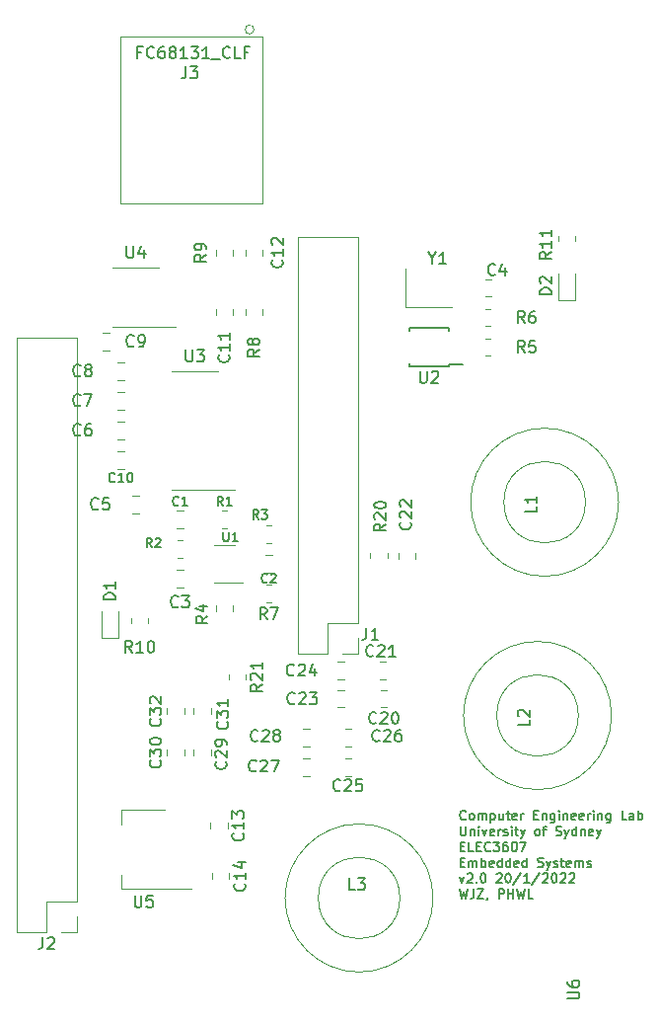
<source format=gbr>
%TF.GenerationSoftware,KiCad,Pcbnew,5.1.12-84ad8e8a86~92~ubuntu18.04.1*%
%TF.CreationDate,2022-01-27T22:07:28+11:00*%
%TF.ProjectId,bbb,6262622e-6b69-4636-9164-5f7063625858,rev?*%
%TF.SameCoordinates,Original*%
%TF.FileFunction,Legend,Top*%
%TF.FilePolarity,Positive*%
%FSLAX46Y46*%
G04 Gerber Fmt 4.6, Leading zero omitted, Abs format (unit mm)*
G04 Created by KiCad (PCBNEW 5.1.12-84ad8e8a86~92~ubuntu18.04.1) date 2022-01-27 22:07:28*
%MOMM*%
%LPD*%
G01*
G04 APERTURE LIST*
%ADD10C,0.150000*%
%ADD11C,0.050000*%
%ADD12C,0.120000*%
G04 APERTURE END LIST*
D10*
X152192619Y-126577714D02*
X152154523Y-126615809D01*
X152040238Y-126653904D01*
X151964047Y-126653904D01*
X151849761Y-126615809D01*
X151773571Y-126539619D01*
X151735476Y-126463428D01*
X151697380Y-126311047D01*
X151697380Y-126196761D01*
X151735476Y-126044380D01*
X151773571Y-125968190D01*
X151849761Y-125892000D01*
X151964047Y-125853904D01*
X152040238Y-125853904D01*
X152154523Y-125892000D01*
X152192619Y-125930095D01*
X152649761Y-126653904D02*
X152573571Y-126615809D01*
X152535476Y-126577714D01*
X152497380Y-126501523D01*
X152497380Y-126272952D01*
X152535476Y-126196761D01*
X152573571Y-126158666D01*
X152649761Y-126120571D01*
X152764047Y-126120571D01*
X152840238Y-126158666D01*
X152878333Y-126196761D01*
X152916428Y-126272952D01*
X152916428Y-126501523D01*
X152878333Y-126577714D01*
X152840238Y-126615809D01*
X152764047Y-126653904D01*
X152649761Y-126653904D01*
X153259285Y-126653904D02*
X153259285Y-126120571D01*
X153259285Y-126196761D02*
X153297380Y-126158666D01*
X153373571Y-126120571D01*
X153487857Y-126120571D01*
X153564047Y-126158666D01*
X153602142Y-126234857D01*
X153602142Y-126653904D01*
X153602142Y-126234857D02*
X153640238Y-126158666D01*
X153716428Y-126120571D01*
X153830714Y-126120571D01*
X153906904Y-126158666D01*
X153945000Y-126234857D01*
X153945000Y-126653904D01*
X154325952Y-126120571D02*
X154325952Y-126920571D01*
X154325952Y-126158666D02*
X154402142Y-126120571D01*
X154554523Y-126120571D01*
X154630714Y-126158666D01*
X154668809Y-126196761D01*
X154706904Y-126272952D01*
X154706904Y-126501523D01*
X154668809Y-126577714D01*
X154630714Y-126615809D01*
X154554523Y-126653904D01*
X154402142Y-126653904D01*
X154325952Y-126615809D01*
X155392619Y-126120571D02*
X155392619Y-126653904D01*
X155049761Y-126120571D02*
X155049761Y-126539619D01*
X155087857Y-126615809D01*
X155164047Y-126653904D01*
X155278333Y-126653904D01*
X155354523Y-126615809D01*
X155392619Y-126577714D01*
X155659285Y-126120571D02*
X155964047Y-126120571D01*
X155773571Y-125853904D02*
X155773571Y-126539619D01*
X155811666Y-126615809D01*
X155887857Y-126653904D01*
X155964047Y-126653904D01*
X156535476Y-126615809D02*
X156459285Y-126653904D01*
X156306904Y-126653904D01*
X156230714Y-126615809D01*
X156192619Y-126539619D01*
X156192619Y-126234857D01*
X156230714Y-126158666D01*
X156306904Y-126120571D01*
X156459285Y-126120571D01*
X156535476Y-126158666D01*
X156573571Y-126234857D01*
X156573571Y-126311047D01*
X156192619Y-126387238D01*
X156916428Y-126653904D02*
X156916428Y-126120571D01*
X156916428Y-126272952D02*
X156954523Y-126196761D01*
X156992619Y-126158666D01*
X157068809Y-126120571D01*
X157145000Y-126120571D01*
X158021190Y-126234857D02*
X158287857Y-126234857D01*
X158402142Y-126653904D02*
X158021190Y-126653904D01*
X158021190Y-125853904D01*
X158402142Y-125853904D01*
X158745000Y-126120571D02*
X158745000Y-126653904D01*
X158745000Y-126196761D02*
X158783095Y-126158666D01*
X158859285Y-126120571D01*
X158973571Y-126120571D01*
X159049761Y-126158666D01*
X159087857Y-126234857D01*
X159087857Y-126653904D01*
X159811666Y-126120571D02*
X159811666Y-126768190D01*
X159773571Y-126844380D01*
X159735476Y-126882476D01*
X159659285Y-126920571D01*
X159545000Y-126920571D01*
X159468809Y-126882476D01*
X159811666Y-126615809D02*
X159735476Y-126653904D01*
X159583095Y-126653904D01*
X159506904Y-126615809D01*
X159468809Y-126577714D01*
X159430714Y-126501523D01*
X159430714Y-126272952D01*
X159468809Y-126196761D01*
X159506904Y-126158666D01*
X159583095Y-126120571D01*
X159735476Y-126120571D01*
X159811666Y-126158666D01*
X160192619Y-126653904D02*
X160192619Y-126120571D01*
X160192619Y-125853904D02*
X160154523Y-125892000D01*
X160192619Y-125930095D01*
X160230714Y-125892000D01*
X160192619Y-125853904D01*
X160192619Y-125930095D01*
X160573571Y-126120571D02*
X160573571Y-126653904D01*
X160573571Y-126196761D02*
X160611666Y-126158666D01*
X160687857Y-126120571D01*
X160802142Y-126120571D01*
X160878333Y-126158666D01*
X160916428Y-126234857D01*
X160916428Y-126653904D01*
X161602142Y-126615809D02*
X161525952Y-126653904D01*
X161373571Y-126653904D01*
X161297380Y-126615809D01*
X161259285Y-126539619D01*
X161259285Y-126234857D01*
X161297380Y-126158666D01*
X161373571Y-126120571D01*
X161525952Y-126120571D01*
X161602142Y-126158666D01*
X161640238Y-126234857D01*
X161640238Y-126311047D01*
X161259285Y-126387238D01*
X162287857Y-126615809D02*
X162211666Y-126653904D01*
X162059285Y-126653904D01*
X161983095Y-126615809D01*
X161945000Y-126539619D01*
X161945000Y-126234857D01*
X161983095Y-126158666D01*
X162059285Y-126120571D01*
X162211666Y-126120571D01*
X162287857Y-126158666D01*
X162325952Y-126234857D01*
X162325952Y-126311047D01*
X161945000Y-126387238D01*
X162668809Y-126653904D02*
X162668809Y-126120571D01*
X162668809Y-126272952D02*
X162706904Y-126196761D01*
X162745000Y-126158666D01*
X162821190Y-126120571D01*
X162897380Y-126120571D01*
X163164047Y-126653904D02*
X163164047Y-126120571D01*
X163164047Y-125853904D02*
X163125952Y-125892000D01*
X163164047Y-125930095D01*
X163202142Y-125892000D01*
X163164047Y-125853904D01*
X163164047Y-125930095D01*
X163545000Y-126120571D02*
X163545000Y-126653904D01*
X163545000Y-126196761D02*
X163583095Y-126158666D01*
X163659285Y-126120571D01*
X163773571Y-126120571D01*
X163849761Y-126158666D01*
X163887857Y-126234857D01*
X163887857Y-126653904D01*
X164611666Y-126120571D02*
X164611666Y-126768190D01*
X164573571Y-126844380D01*
X164535476Y-126882476D01*
X164459285Y-126920571D01*
X164345000Y-126920571D01*
X164268809Y-126882476D01*
X164611666Y-126615809D02*
X164535476Y-126653904D01*
X164383095Y-126653904D01*
X164306904Y-126615809D01*
X164268809Y-126577714D01*
X164230714Y-126501523D01*
X164230714Y-126272952D01*
X164268809Y-126196761D01*
X164306904Y-126158666D01*
X164383095Y-126120571D01*
X164535476Y-126120571D01*
X164611666Y-126158666D01*
X165983095Y-126653904D02*
X165602142Y-126653904D01*
X165602142Y-125853904D01*
X166592619Y-126653904D02*
X166592619Y-126234857D01*
X166554523Y-126158666D01*
X166478333Y-126120571D01*
X166325952Y-126120571D01*
X166249761Y-126158666D01*
X166592619Y-126615809D02*
X166516428Y-126653904D01*
X166325952Y-126653904D01*
X166249761Y-126615809D01*
X166211666Y-126539619D01*
X166211666Y-126463428D01*
X166249761Y-126387238D01*
X166325952Y-126349142D01*
X166516428Y-126349142D01*
X166592619Y-126311047D01*
X166973571Y-126653904D02*
X166973571Y-125853904D01*
X166973571Y-126158666D02*
X167049761Y-126120571D01*
X167202142Y-126120571D01*
X167278333Y-126158666D01*
X167316428Y-126196761D01*
X167354523Y-126272952D01*
X167354523Y-126501523D01*
X167316428Y-126577714D01*
X167278333Y-126615809D01*
X167202142Y-126653904D01*
X167049761Y-126653904D01*
X166973571Y-126615809D01*
X151735476Y-127203904D02*
X151735476Y-127851523D01*
X151773571Y-127927714D01*
X151811666Y-127965809D01*
X151887857Y-128003904D01*
X152040238Y-128003904D01*
X152116428Y-127965809D01*
X152154523Y-127927714D01*
X152192619Y-127851523D01*
X152192619Y-127203904D01*
X152573571Y-127470571D02*
X152573571Y-128003904D01*
X152573571Y-127546761D02*
X152611666Y-127508666D01*
X152687857Y-127470571D01*
X152802142Y-127470571D01*
X152878333Y-127508666D01*
X152916428Y-127584857D01*
X152916428Y-128003904D01*
X153297380Y-128003904D02*
X153297380Y-127470571D01*
X153297380Y-127203904D02*
X153259285Y-127242000D01*
X153297380Y-127280095D01*
X153335476Y-127242000D01*
X153297380Y-127203904D01*
X153297380Y-127280095D01*
X153602142Y-127470571D02*
X153792619Y-128003904D01*
X153983095Y-127470571D01*
X154592619Y-127965809D02*
X154516428Y-128003904D01*
X154364047Y-128003904D01*
X154287857Y-127965809D01*
X154249761Y-127889619D01*
X154249761Y-127584857D01*
X154287857Y-127508666D01*
X154364047Y-127470571D01*
X154516428Y-127470571D01*
X154592619Y-127508666D01*
X154630714Y-127584857D01*
X154630714Y-127661047D01*
X154249761Y-127737238D01*
X154973571Y-128003904D02*
X154973571Y-127470571D01*
X154973571Y-127622952D02*
X155011666Y-127546761D01*
X155049761Y-127508666D01*
X155125952Y-127470571D01*
X155202142Y-127470571D01*
X155430714Y-127965809D02*
X155506904Y-128003904D01*
X155659285Y-128003904D01*
X155735476Y-127965809D01*
X155773571Y-127889619D01*
X155773571Y-127851523D01*
X155735476Y-127775333D01*
X155659285Y-127737238D01*
X155545000Y-127737238D01*
X155468809Y-127699142D01*
X155430714Y-127622952D01*
X155430714Y-127584857D01*
X155468809Y-127508666D01*
X155545000Y-127470571D01*
X155659285Y-127470571D01*
X155735476Y-127508666D01*
X156116428Y-128003904D02*
X156116428Y-127470571D01*
X156116428Y-127203904D02*
X156078333Y-127242000D01*
X156116428Y-127280095D01*
X156154523Y-127242000D01*
X156116428Y-127203904D01*
X156116428Y-127280095D01*
X156383095Y-127470571D02*
X156687857Y-127470571D01*
X156497380Y-127203904D02*
X156497380Y-127889619D01*
X156535476Y-127965809D01*
X156611666Y-128003904D01*
X156687857Y-128003904D01*
X156878333Y-127470571D02*
X157068809Y-128003904D01*
X157259285Y-127470571D02*
X157068809Y-128003904D01*
X156992619Y-128194380D01*
X156954523Y-128232476D01*
X156878333Y-128270571D01*
X158287857Y-128003904D02*
X158211666Y-127965809D01*
X158173571Y-127927714D01*
X158135476Y-127851523D01*
X158135476Y-127622952D01*
X158173571Y-127546761D01*
X158211666Y-127508666D01*
X158287857Y-127470571D01*
X158402142Y-127470571D01*
X158478333Y-127508666D01*
X158516428Y-127546761D01*
X158554523Y-127622952D01*
X158554523Y-127851523D01*
X158516428Y-127927714D01*
X158478333Y-127965809D01*
X158402142Y-128003904D01*
X158287857Y-128003904D01*
X158783095Y-127470571D02*
X159087857Y-127470571D01*
X158897380Y-128003904D02*
X158897380Y-127318190D01*
X158935476Y-127242000D01*
X159011666Y-127203904D01*
X159087857Y-127203904D01*
X159925952Y-127965809D02*
X160040238Y-128003904D01*
X160230714Y-128003904D01*
X160306904Y-127965809D01*
X160345000Y-127927714D01*
X160383095Y-127851523D01*
X160383095Y-127775333D01*
X160345000Y-127699142D01*
X160306904Y-127661047D01*
X160230714Y-127622952D01*
X160078333Y-127584857D01*
X160002142Y-127546761D01*
X159964047Y-127508666D01*
X159925952Y-127432476D01*
X159925952Y-127356285D01*
X159964047Y-127280095D01*
X160002142Y-127242000D01*
X160078333Y-127203904D01*
X160268809Y-127203904D01*
X160383095Y-127242000D01*
X160649761Y-127470571D02*
X160840238Y-128003904D01*
X161030714Y-127470571D02*
X160840238Y-128003904D01*
X160764047Y-128194380D01*
X160725952Y-128232476D01*
X160649761Y-128270571D01*
X161678333Y-128003904D02*
X161678333Y-127203904D01*
X161678333Y-127965809D02*
X161602142Y-128003904D01*
X161449761Y-128003904D01*
X161373571Y-127965809D01*
X161335476Y-127927714D01*
X161297380Y-127851523D01*
X161297380Y-127622952D01*
X161335476Y-127546761D01*
X161373571Y-127508666D01*
X161449761Y-127470571D01*
X161602142Y-127470571D01*
X161678333Y-127508666D01*
X162059285Y-127470571D02*
X162059285Y-128003904D01*
X162059285Y-127546761D02*
X162097380Y-127508666D01*
X162173571Y-127470571D01*
X162287857Y-127470571D01*
X162364047Y-127508666D01*
X162402142Y-127584857D01*
X162402142Y-128003904D01*
X163087857Y-127965809D02*
X163011666Y-128003904D01*
X162859285Y-128003904D01*
X162783095Y-127965809D01*
X162745000Y-127889619D01*
X162745000Y-127584857D01*
X162783095Y-127508666D01*
X162859285Y-127470571D01*
X163011666Y-127470571D01*
X163087857Y-127508666D01*
X163125952Y-127584857D01*
X163125952Y-127661047D01*
X162745000Y-127737238D01*
X163392619Y-127470571D02*
X163583095Y-128003904D01*
X163773571Y-127470571D02*
X163583095Y-128003904D01*
X163506904Y-128194380D01*
X163468809Y-128232476D01*
X163392619Y-128270571D01*
X151735476Y-128934857D02*
X152002142Y-128934857D01*
X152116428Y-129353904D02*
X151735476Y-129353904D01*
X151735476Y-128553904D01*
X152116428Y-128553904D01*
X152840238Y-129353904D02*
X152459285Y-129353904D01*
X152459285Y-128553904D01*
X153106904Y-128934857D02*
X153373571Y-128934857D01*
X153487857Y-129353904D02*
X153106904Y-129353904D01*
X153106904Y-128553904D01*
X153487857Y-128553904D01*
X154287857Y-129277714D02*
X154249761Y-129315809D01*
X154135476Y-129353904D01*
X154059285Y-129353904D01*
X153945000Y-129315809D01*
X153868809Y-129239619D01*
X153830714Y-129163428D01*
X153792619Y-129011047D01*
X153792619Y-128896761D01*
X153830714Y-128744380D01*
X153868809Y-128668190D01*
X153945000Y-128592000D01*
X154059285Y-128553904D01*
X154135476Y-128553904D01*
X154249761Y-128592000D01*
X154287857Y-128630095D01*
X154554523Y-128553904D02*
X155049761Y-128553904D01*
X154783095Y-128858666D01*
X154897380Y-128858666D01*
X154973571Y-128896761D01*
X155011666Y-128934857D01*
X155049761Y-129011047D01*
X155049761Y-129201523D01*
X155011666Y-129277714D01*
X154973571Y-129315809D01*
X154897380Y-129353904D01*
X154668809Y-129353904D01*
X154592619Y-129315809D01*
X154554523Y-129277714D01*
X155735476Y-128553904D02*
X155583095Y-128553904D01*
X155506904Y-128592000D01*
X155468809Y-128630095D01*
X155392619Y-128744380D01*
X155354523Y-128896761D01*
X155354523Y-129201523D01*
X155392619Y-129277714D01*
X155430714Y-129315809D01*
X155506904Y-129353904D01*
X155659285Y-129353904D01*
X155735476Y-129315809D01*
X155773571Y-129277714D01*
X155811666Y-129201523D01*
X155811666Y-129011047D01*
X155773571Y-128934857D01*
X155735476Y-128896761D01*
X155659285Y-128858666D01*
X155506904Y-128858666D01*
X155430714Y-128896761D01*
X155392619Y-128934857D01*
X155354523Y-129011047D01*
X156306904Y-128553904D02*
X156383095Y-128553904D01*
X156459285Y-128592000D01*
X156497380Y-128630095D01*
X156535476Y-128706285D01*
X156573571Y-128858666D01*
X156573571Y-129049142D01*
X156535476Y-129201523D01*
X156497380Y-129277714D01*
X156459285Y-129315809D01*
X156383095Y-129353904D01*
X156306904Y-129353904D01*
X156230714Y-129315809D01*
X156192619Y-129277714D01*
X156154523Y-129201523D01*
X156116428Y-129049142D01*
X156116428Y-128858666D01*
X156154523Y-128706285D01*
X156192619Y-128630095D01*
X156230714Y-128592000D01*
X156306904Y-128553904D01*
X156840238Y-128553904D02*
X157373571Y-128553904D01*
X157030714Y-129353904D01*
X151735476Y-130284857D02*
X152002142Y-130284857D01*
X152116428Y-130703904D02*
X151735476Y-130703904D01*
X151735476Y-129903904D01*
X152116428Y-129903904D01*
X152459285Y-130703904D02*
X152459285Y-130170571D01*
X152459285Y-130246761D02*
X152497380Y-130208666D01*
X152573571Y-130170571D01*
X152687857Y-130170571D01*
X152764047Y-130208666D01*
X152802142Y-130284857D01*
X152802142Y-130703904D01*
X152802142Y-130284857D02*
X152840238Y-130208666D01*
X152916428Y-130170571D01*
X153030714Y-130170571D01*
X153106904Y-130208666D01*
X153145000Y-130284857D01*
X153145000Y-130703904D01*
X153525952Y-130703904D02*
X153525952Y-129903904D01*
X153525952Y-130208666D02*
X153602142Y-130170571D01*
X153754523Y-130170571D01*
X153830714Y-130208666D01*
X153868809Y-130246761D01*
X153906904Y-130322952D01*
X153906904Y-130551523D01*
X153868809Y-130627714D01*
X153830714Y-130665809D01*
X153754523Y-130703904D01*
X153602142Y-130703904D01*
X153525952Y-130665809D01*
X154554523Y-130665809D02*
X154478333Y-130703904D01*
X154325952Y-130703904D01*
X154249761Y-130665809D01*
X154211666Y-130589619D01*
X154211666Y-130284857D01*
X154249761Y-130208666D01*
X154325952Y-130170571D01*
X154478333Y-130170571D01*
X154554523Y-130208666D01*
X154592619Y-130284857D01*
X154592619Y-130361047D01*
X154211666Y-130437238D01*
X155278333Y-130703904D02*
X155278333Y-129903904D01*
X155278333Y-130665809D02*
X155202142Y-130703904D01*
X155049761Y-130703904D01*
X154973571Y-130665809D01*
X154935476Y-130627714D01*
X154897380Y-130551523D01*
X154897380Y-130322952D01*
X154935476Y-130246761D01*
X154973571Y-130208666D01*
X155049761Y-130170571D01*
X155202142Y-130170571D01*
X155278333Y-130208666D01*
X156002142Y-130703904D02*
X156002142Y-129903904D01*
X156002142Y-130665809D02*
X155925952Y-130703904D01*
X155773571Y-130703904D01*
X155697380Y-130665809D01*
X155659285Y-130627714D01*
X155621190Y-130551523D01*
X155621190Y-130322952D01*
X155659285Y-130246761D01*
X155697380Y-130208666D01*
X155773571Y-130170571D01*
X155925952Y-130170571D01*
X156002142Y-130208666D01*
X156687857Y-130665809D02*
X156611666Y-130703904D01*
X156459285Y-130703904D01*
X156383095Y-130665809D01*
X156345000Y-130589619D01*
X156345000Y-130284857D01*
X156383095Y-130208666D01*
X156459285Y-130170571D01*
X156611666Y-130170571D01*
X156687857Y-130208666D01*
X156725952Y-130284857D01*
X156725952Y-130361047D01*
X156345000Y-130437238D01*
X157411666Y-130703904D02*
X157411666Y-129903904D01*
X157411666Y-130665809D02*
X157335476Y-130703904D01*
X157183095Y-130703904D01*
X157106904Y-130665809D01*
X157068809Y-130627714D01*
X157030714Y-130551523D01*
X157030714Y-130322952D01*
X157068809Y-130246761D01*
X157106904Y-130208666D01*
X157183095Y-130170571D01*
X157335476Y-130170571D01*
X157411666Y-130208666D01*
X158364047Y-130665809D02*
X158478333Y-130703904D01*
X158668809Y-130703904D01*
X158745000Y-130665809D01*
X158783095Y-130627714D01*
X158821190Y-130551523D01*
X158821190Y-130475333D01*
X158783095Y-130399142D01*
X158745000Y-130361047D01*
X158668809Y-130322952D01*
X158516428Y-130284857D01*
X158440238Y-130246761D01*
X158402142Y-130208666D01*
X158364047Y-130132476D01*
X158364047Y-130056285D01*
X158402142Y-129980095D01*
X158440238Y-129942000D01*
X158516428Y-129903904D01*
X158706904Y-129903904D01*
X158821190Y-129942000D01*
X159087857Y-130170571D02*
X159278333Y-130703904D01*
X159468809Y-130170571D02*
X159278333Y-130703904D01*
X159202142Y-130894380D01*
X159164047Y-130932476D01*
X159087857Y-130970571D01*
X159735476Y-130665809D02*
X159811666Y-130703904D01*
X159964047Y-130703904D01*
X160040238Y-130665809D01*
X160078333Y-130589619D01*
X160078333Y-130551523D01*
X160040238Y-130475333D01*
X159964047Y-130437238D01*
X159849761Y-130437238D01*
X159773571Y-130399142D01*
X159735476Y-130322952D01*
X159735476Y-130284857D01*
X159773571Y-130208666D01*
X159849761Y-130170571D01*
X159964047Y-130170571D01*
X160040238Y-130208666D01*
X160306904Y-130170571D02*
X160611666Y-130170571D01*
X160421190Y-129903904D02*
X160421190Y-130589619D01*
X160459285Y-130665809D01*
X160535476Y-130703904D01*
X160611666Y-130703904D01*
X161183095Y-130665809D02*
X161106904Y-130703904D01*
X160954523Y-130703904D01*
X160878333Y-130665809D01*
X160840238Y-130589619D01*
X160840238Y-130284857D01*
X160878333Y-130208666D01*
X160954523Y-130170571D01*
X161106904Y-130170571D01*
X161183095Y-130208666D01*
X161221190Y-130284857D01*
X161221190Y-130361047D01*
X160840238Y-130437238D01*
X161564047Y-130703904D02*
X161564047Y-130170571D01*
X161564047Y-130246761D02*
X161602142Y-130208666D01*
X161678333Y-130170571D01*
X161792619Y-130170571D01*
X161868809Y-130208666D01*
X161906904Y-130284857D01*
X161906904Y-130703904D01*
X161906904Y-130284857D02*
X161945000Y-130208666D01*
X162021190Y-130170571D01*
X162135476Y-130170571D01*
X162211666Y-130208666D01*
X162249761Y-130284857D01*
X162249761Y-130703904D01*
X162592619Y-130665809D02*
X162668809Y-130703904D01*
X162821190Y-130703904D01*
X162897380Y-130665809D01*
X162935476Y-130589619D01*
X162935476Y-130551523D01*
X162897380Y-130475333D01*
X162821190Y-130437238D01*
X162706904Y-130437238D01*
X162630714Y-130399142D01*
X162592619Y-130322952D01*
X162592619Y-130284857D01*
X162630714Y-130208666D01*
X162706904Y-130170571D01*
X162821190Y-130170571D01*
X162897380Y-130208666D01*
X151659285Y-131520571D02*
X151849761Y-132053904D01*
X152040238Y-131520571D01*
X152306904Y-131330095D02*
X152345000Y-131292000D01*
X152421190Y-131253904D01*
X152611666Y-131253904D01*
X152687857Y-131292000D01*
X152725952Y-131330095D01*
X152764047Y-131406285D01*
X152764047Y-131482476D01*
X152725952Y-131596761D01*
X152268809Y-132053904D01*
X152764047Y-132053904D01*
X153106904Y-131977714D02*
X153145000Y-132015809D01*
X153106904Y-132053904D01*
X153068809Y-132015809D01*
X153106904Y-131977714D01*
X153106904Y-132053904D01*
X153640238Y-131253904D02*
X153716428Y-131253904D01*
X153792619Y-131292000D01*
X153830714Y-131330095D01*
X153868809Y-131406285D01*
X153906904Y-131558666D01*
X153906904Y-131749142D01*
X153868809Y-131901523D01*
X153830714Y-131977714D01*
X153792619Y-132015809D01*
X153716428Y-132053904D01*
X153640238Y-132053904D01*
X153564047Y-132015809D01*
X153525952Y-131977714D01*
X153487857Y-131901523D01*
X153449761Y-131749142D01*
X153449761Y-131558666D01*
X153487857Y-131406285D01*
X153525952Y-131330095D01*
X153564047Y-131292000D01*
X153640238Y-131253904D01*
X154821190Y-131330095D02*
X154859285Y-131292000D01*
X154935476Y-131253904D01*
X155125952Y-131253904D01*
X155202142Y-131292000D01*
X155240238Y-131330095D01*
X155278333Y-131406285D01*
X155278333Y-131482476D01*
X155240238Y-131596761D01*
X154783095Y-132053904D01*
X155278333Y-132053904D01*
X155773571Y-131253904D02*
X155849761Y-131253904D01*
X155925952Y-131292000D01*
X155964047Y-131330095D01*
X156002142Y-131406285D01*
X156040238Y-131558666D01*
X156040238Y-131749142D01*
X156002142Y-131901523D01*
X155964047Y-131977714D01*
X155925952Y-132015809D01*
X155849761Y-132053904D01*
X155773571Y-132053904D01*
X155697380Y-132015809D01*
X155659285Y-131977714D01*
X155621190Y-131901523D01*
X155583095Y-131749142D01*
X155583095Y-131558666D01*
X155621190Y-131406285D01*
X155659285Y-131330095D01*
X155697380Y-131292000D01*
X155773571Y-131253904D01*
X156954523Y-131215809D02*
X156268809Y-132244380D01*
X157640238Y-132053904D02*
X157183095Y-132053904D01*
X157411666Y-132053904D02*
X157411666Y-131253904D01*
X157335476Y-131368190D01*
X157259285Y-131444380D01*
X157183095Y-131482476D01*
X158554523Y-131215809D02*
X157868809Y-132244380D01*
X158783095Y-131330095D02*
X158821190Y-131292000D01*
X158897380Y-131253904D01*
X159087857Y-131253904D01*
X159164047Y-131292000D01*
X159202142Y-131330095D01*
X159240238Y-131406285D01*
X159240238Y-131482476D01*
X159202142Y-131596761D01*
X158745000Y-132053904D01*
X159240238Y-132053904D01*
X159735476Y-131253904D02*
X159811666Y-131253904D01*
X159887857Y-131292000D01*
X159925952Y-131330095D01*
X159964047Y-131406285D01*
X160002142Y-131558666D01*
X160002142Y-131749142D01*
X159964047Y-131901523D01*
X159925952Y-131977714D01*
X159887857Y-132015809D01*
X159811666Y-132053904D01*
X159735476Y-132053904D01*
X159659285Y-132015809D01*
X159621190Y-131977714D01*
X159583095Y-131901523D01*
X159545000Y-131749142D01*
X159545000Y-131558666D01*
X159583095Y-131406285D01*
X159621190Y-131330095D01*
X159659285Y-131292000D01*
X159735476Y-131253904D01*
X160306904Y-131330095D02*
X160345000Y-131292000D01*
X160421190Y-131253904D01*
X160611666Y-131253904D01*
X160687857Y-131292000D01*
X160725952Y-131330095D01*
X160764047Y-131406285D01*
X160764047Y-131482476D01*
X160725952Y-131596761D01*
X160268809Y-132053904D01*
X160764047Y-132053904D01*
X161068809Y-131330095D02*
X161106904Y-131292000D01*
X161183095Y-131253904D01*
X161373571Y-131253904D01*
X161449761Y-131292000D01*
X161487857Y-131330095D01*
X161525952Y-131406285D01*
X161525952Y-131482476D01*
X161487857Y-131596761D01*
X161030714Y-132053904D01*
X161525952Y-132053904D01*
X151659285Y-132603904D02*
X151849761Y-133403904D01*
X152002142Y-132832476D01*
X152154523Y-133403904D01*
X152345000Y-132603904D01*
X152878333Y-132603904D02*
X152878333Y-133175333D01*
X152840238Y-133289619D01*
X152764047Y-133365809D01*
X152649761Y-133403904D01*
X152573571Y-133403904D01*
X153183095Y-132603904D02*
X153716428Y-132603904D01*
X153183095Y-133403904D01*
X153716428Y-133403904D01*
X154059285Y-133365809D02*
X154059285Y-133403904D01*
X154021190Y-133480095D01*
X153983095Y-133518190D01*
X155011666Y-133403904D02*
X155011666Y-132603904D01*
X155316428Y-132603904D01*
X155392619Y-132642000D01*
X155430714Y-132680095D01*
X155468809Y-132756285D01*
X155468809Y-132870571D01*
X155430714Y-132946761D01*
X155392619Y-132984857D01*
X155316428Y-133022952D01*
X155011666Y-133022952D01*
X155811666Y-133403904D02*
X155811666Y-132603904D01*
X155811666Y-132984857D02*
X156268809Y-132984857D01*
X156268809Y-133403904D02*
X156268809Y-132603904D01*
X156573571Y-132603904D02*
X156764047Y-133403904D01*
X156916428Y-132832476D01*
X157068809Y-133403904D01*
X157259285Y-132603904D01*
X157945000Y-133403904D02*
X157564047Y-133403904D01*
X157564047Y-132603904D01*
D11*
%TO.C,L3*%
X146527400Y-133362700D02*
G75*
G03*
X146527400Y-133362700I-3500000J0D01*
G01*
X149377400Y-133362700D02*
G75*
G03*
X149377400Y-133362700I-6350000J0D01*
G01*
%TO.C,L1*%
X162453200Y-99428300D02*
G75*
G03*
X162453200Y-99428300I-3500000J0D01*
G01*
X165303200Y-99428300D02*
G75*
G03*
X165303200Y-99428300I-6350000J0D01*
G01*
%TO.C,L2*%
X161843600Y-117716300D02*
G75*
G03*
X161843600Y-117716300I-3500000J0D01*
G01*
X164693600Y-117716300D02*
G75*
G03*
X164693600Y-117716300I-6350000J0D01*
G01*
D12*
%TO.C,J3*%
X134010400Y-58903800D02*
G75*
G03*
X134010400Y-58903800I-381000J0D01*
G01*
X122502402Y-71133351D02*
X122502402Y-73792799D01*
X134756401Y-71115800D02*
X134756401Y-65777564D01*
X122502402Y-65777573D02*
X122502402Y-71133351D01*
X134756401Y-65815800D02*
X134756401Y-62554036D01*
X122502402Y-62554028D02*
X122502402Y-65777573D01*
X134756401Y-62554036D02*
X134756401Y-59538801D01*
X134756401Y-59538801D02*
X122502402Y-59538801D01*
X134756401Y-73792799D02*
X134756401Y-71133346D01*
X122502402Y-73792799D02*
X134756401Y-73792799D01*
X122502402Y-59538801D02*
X122502402Y-62554028D01*
%TO.C,R11*%
X160110500Y-76582536D02*
X160110500Y-77036664D01*
X161580500Y-76582536D02*
X161580500Y-77036664D01*
%TO.C,D2*%
X161580500Y-82104600D02*
X161580500Y-79819600D01*
X160110500Y-82104600D02*
X161580500Y-82104600D01*
X160110500Y-79819600D02*
X160110500Y-82104600D01*
%TO.C,J2*%
X118817700Y-136280200D02*
X117487700Y-136280200D01*
X118817700Y-134950200D02*
X118817700Y-136280200D01*
X116217700Y-136280200D02*
X113617700Y-136280200D01*
X116217700Y-133680200D02*
X116217700Y-136280200D01*
X118817700Y-133680200D02*
X116217700Y-133680200D01*
X113617700Y-136280200D02*
X113617700Y-85360200D01*
X118817700Y-133680200D02*
X118817700Y-85360200D01*
X118817700Y-85360200D02*
X113617700Y-85360200D01*
%TO.C,R10*%
X124915600Y-109802664D02*
X124915600Y-109348536D01*
X123445600Y-109802664D02*
X123445600Y-109348536D01*
%TO.C,D1*%
X122375600Y-111060600D02*
X122375600Y-108775600D01*
X120905600Y-111060600D02*
X122375600Y-111060600D01*
X120905600Y-108775600D02*
X120905600Y-111060600D01*
%TO.C,U1*%
X130570400Y-106308800D02*
X133020400Y-106308800D01*
X132370400Y-103088800D02*
X130570400Y-103088800D01*
%TO.C,C2*%
X135541652Y-103963800D02*
X135019148Y-103963800D01*
X135541652Y-105433800D02*
X135019148Y-105433800D01*
%TO.C,C1*%
X127921652Y-100153800D02*
X127399148Y-100153800D01*
X127921652Y-101623800D02*
X127399148Y-101623800D01*
D10*
%TO.C,U2*%
X150696800Y-87594100D02*
X151921800Y-87594100D01*
X150696800Y-84469100D02*
X147346800Y-84469100D01*
X150696800Y-87819100D02*
X147346800Y-87819100D01*
X150696800Y-84469100D02*
X150696800Y-84769100D01*
X147346800Y-84469100D02*
X147346800Y-84769100D01*
X147346800Y-87819100D02*
X147346800Y-87519100D01*
X150696800Y-87819100D02*
X150696800Y-87594100D01*
D12*
%TO.C,Y1*%
X147021800Y-79414100D02*
X147021800Y-82714100D01*
X147021800Y-82714100D02*
X151021800Y-82714100D01*
%TO.C,C3*%
X127399148Y-106703800D02*
X127921652Y-106703800D01*
X127399148Y-105233800D02*
X127921652Y-105233800D01*
%TO.C,C4*%
X154363052Y-80329100D02*
X153840548Y-80329100D01*
X154363052Y-81799100D02*
X153840548Y-81799100D01*
%TO.C,C5*%
X124111652Y-100353800D02*
X123589148Y-100353800D01*
X124111652Y-98883800D02*
X123589148Y-98883800D01*
%TO.C,C6*%
X122841652Y-94003800D02*
X122319148Y-94003800D01*
X122841652Y-92533800D02*
X122319148Y-92533800D01*
%TO.C,C7*%
X122841652Y-89993800D02*
X122319148Y-89993800D01*
X122841652Y-91463800D02*
X122319148Y-91463800D01*
%TO.C,C8*%
X122841652Y-88923800D02*
X122319148Y-88923800D01*
X122841652Y-87453800D02*
X122319148Y-87453800D01*
%TO.C,C9*%
X121571652Y-86383800D02*
X121049148Y-86383800D01*
X121571652Y-84913800D02*
X121049148Y-84913800D01*
%TO.C,C10*%
X122841652Y-95073800D02*
X122319148Y-95073800D01*
X122841652Y-96543800D02*
X122319148Y-96543800D01*
%TO.C,C11*%
X130735400Y-83370052D02*
X130735400Y-82847548D01*
X132205400Y-83370052D02*
X132205400Y-82847548D01*
%TO.C,C12*%
X133275400Y-77767548D02*
X133275400Y-78290052D01*
X134745400Y-77767548D02*
X134745400Y-78290052D01*
%TO.C,R1*%
X131243336Y-101623800D02*
X131697464Y-101623800D01*
X131243336Y-100153800D02*
X131697464Y-100153800D01*
%TO.C,R2*%
X127887464Y-102693800D02*
X127433336Y-102693800D01*
X127887464Y-104163800D02*
X127433336Y-104163800D01*
%TO.C,R3*%
X135053336Y-101423800D02*
X135507464Y-101423800D01*
X135053336Y-102893800D02*
X135507464Y-102893800D01*
%TO.C,R4*%
X132205400Y-108735864D02*
X132205400Y-108281736D01*
X130735400Y-108735864D02*
X130735400Y-108281736D01*
%TO.C,R5*%
X153874736Y-86879100D02*
X154328864Y-86879100D01*
X153874736Y-85409100D02*
X154328864Y-85409100D01*
%TO.C,R6*%
X153874736Y-82869100D02*
X154328864Y-82869100D01*
X153874736Y-84339100D02*
X154328864Y-84339100D01*
%TO.C,R7*%
X135507464Y-107973800D02*
X135053336Y-107973800D01*
X135507464Y-106503800D02*
X135053336Y-106503800D01*
%TO.C,R8*%
X133275400Y-83335864D02*
X133275400Y-82881736D01*
X134745400Y-83335864D02*
X134745400Y-82881736D01*
%TO.C,R9*%
X130735400Y-77801736D02*
X130735400Y-78255864D01*
X132205400Y-77801736D02*
X132205400Y-78255864D01*
%TO.C,U3*%
X128930400Y-98328800D02*
X132380400Y-98328800D01*
X128930400Y-98328800D02*
X126980400Y-98328800D01*
X128930400Y-88208800D02*
X130880400Y-88208800D01*
X128930400Y-88208800D02*
X126980400Y-88208800D01*
%TO.C,U4*%
X123850400Y-84398800D02*
X127300400Y-84398800D01*
X123850400Y-84398800D02*
X121900400Y-84398800D01*
X123850400Y-79278800D02*
X125800400Y-79278800D01*
X123850400Y-79278800D02*
X121900400Y-79278800D01*
%TO.C,J1*%
X142960400Y-112378800D02*
X141630400Y-112378800D01*
X142960400Y-111048800D02*
X142960400Y-112378800D01*
X140360400Y-112378800D02*
X137760400Y-112378800D01*
X140360400Y-109778800D02*
X140360400Y-112378800D01*
X142960400Y-109778800D02*
X140360400Y-109778800D01*
X137760400Y-112378800D02*
X137760400Y-76698800D01*
X142960400Y-109778800D02*
X142960400Y-76698800D01*
X142960400Y-76698800D02*
X137760400Y-76698800D01*
%TO.C,C13*%
X131748200Y-126903848D02*
X131748200Y-127426352D01*
X130278200Y-126903848D02*
X130278200Y-127426352D01*
%TO.C,C14*%
X131875200Y-131221848D02*
X131875200Y-131744352D01*
X130405200Y-131221848D02*
X130405200Y-131744352D01*
%TO.C,C20*%
X145409552Y-115546200D02*
X144887048Y-115546200D01*
X145409552Y-117016200D02*
X144887048Y-117016200D01*
%TO.C,C21*%
X145348552Y-114603200D02*
X144826048Y-114603200D01*
X145348552Y-113133200D02*
X144826048Y-113133200D01*
%TO.C,C22*%
X147851800Y-103764448D02*
X147851800Y-104286952D01*
X146381800Y-103764448D02*
X146381800Y-104286952D01*
%TO.C,C23*%
X141726552Y-117016200D02*
X141204048Y-117016200D01*
X141726552Y-115546200D02*
X141204048Y-115546200D01*
%TO.C,C24*%
X141726552Y-113133200D02*
X141204048Y-113133200D01*
X141726552Y-114603200D02*
X141204048Y-114603200D01*
%TO.C,C25*%
X142376752Y-122896300D02*
X141854248Y-122896300D01*
X142376752Y-121426300D02*
X141854248Y-121426300D01*
%TO.C,C26*%
X142376752Y-118886300D02*
X141854248Y-118886300D01*
X142376752Y-120356300D02*
X141854248Y-120356300D01*
%TO.C,C27*%
X138754752Y-121426300D02*
X138232248Y-121426300D01*
X138754752Y-122896300D02*
X138232248Y-122896300D01*
%TO.C,C28*%
X138754752Y-118886300D02*
X138232248Y-118886300D01*
X138754752Y-120356300D02*
X138232248Y-120356300D01*
%TO.C,C29*%
X130300400Y-121165252D02*
X130300400Y-120642748D01*
X128830400Y-121165252D02*
X128830400Y-120642748D01*
%TO.C,C30*%
X128014400Y-121165252D02*
X128014400Y-120642748D01*
X126544400Y-121165252D02*
X126544400Y-120642748D01*
%TO.C,C31*%
X130300400Y-117609252D02*
X130300400Y-117086748D01*
X128830400Y-117609252D02*
X128830400Y-117086748D01*
%TO.C,C32*%
X126544400Y-117609252D02*
X126544400Y-117086748D01*
X128014400Y-117609252D02*
X128014400Y-117086748D01*
%TO.C,R20*%
X145464200Y-103773236D02*
X145464200Y-104227364D01*
X143994200Y-103773236D02*
X143994200Y-104227364D01*
%TO.C,R21*%
X131853000Y-114174536D02*
X131853000Y-114628664D01*
X133323000Y-114174536D02*
X133323000Y-114628664D01*
%TO.C,U5*%
X128636200Y-132607100D02*
X122626200Y-132607100D01*
X126386200Y-125787100D02*
X122626200Y-125787100D01*
X122626200Y-132607100D02*
X122626200Y-131347100D01*
X122626200Y-125787100D02*
X122626200Y-127047100D01*
%TO.C,L3*%
D10*
X142682933Y-132672080D02*
X142206742Y-132672080D01*
X142206742Y-131672080D01*
X142921028Y-131672080D02*
X143540076Y-131672080D01*
X143206742Y-132053033D01*
X143349600Y-132053033D01*
X143444838Y-132100652D01*
X143492457Y-132148271D01*
X143540076Y-132243509D01*
X143540076Y-132481604D01*
X143492457Y-132576842D01*
X143444838Y-132624461D01*
X143349600Y-132672080D01*
X143063885Y-132672080D01*
X142968647Y-132624461D01*
X142921028Y-132576842D01*
%TO.C,L1*%
X158262580Y-99772766D02*
X158262580Y-100248957D01*
X157262580Y-100248957D01*
X158262580Y-98915623D02*
X158262580Y-99487052D01*
X158262580Y-99201338D02*
X157262580Y-99201338D01*
X157405438Y-99296576D01*
X157500676Y-99391814D01*
X157548295Y-99487052D01*
%TO.C,L2*%
X157652980Y-118060766D02*
X157652980Y-118536957D01*
X156652980Y-118536957D01*
X156748219Y-117775052D02*
X156700600Y-117727433D01*
X156652980Y-117632195D01*
X156652980Y-117394100D01*
X156700600Y-117298861D01*
X156748219Y-117251242D01*
X156843457Y-117203623D01*
X156938695Y-117203623D01*
X157081552Y-117251242D01*
X157652980Y-117822671D01*
X157652980Y-117203623D01*
%TO.C,J3*%
X128152566Y-62076080D02*
X128152566Y-62790366D01*
X128104947Y-62933223D01*
X128009709Y-63028461D01*
X127866852Y-63076080D01*
X127771614Y-63076080D01*
X128533519Y-62076080D02*
X129152566Y-62076080D01*
X128819233Y-62457033D01*
X128962090Y-62457033D01*
X129057328Y-62504652D01*
X129104947Y-62552271D01*
X129152566Y-62647509D01*
X129152566Y-62885604D01*
X129104947Y-62980842D01*
X129057328Y-63028461D01*
X128962090Y-63076080D01*
X128676376Y-63076080D01*
X128581138Y-63028461D01*
X128533519Y-62980842D01*
X124312919Y-60837771D02*
X123979585Y-60837771D01*
X123979585Y-61361580D02*
X123979585Y-60361580D01*
X124455776Y-60361580D01*
X125408157Y-61266342D02*
X125360538Y-61313961D01*
X125217680Y-61361580D01*
X125122442Y-61361580D01*
X124979585Y-61313961D01*
X124884347Y-61218723D01*
X124836728Y-61123485D01*
X124789109Y-60933009D01*
X124789109Y-60790152D01*
X124836728Y-60599676D01*
X124884347Y-60504438D01*
X124979585Y-60409200D01*
X125122442Y-60361580D01*
X125217680Y-60361580D01*
X125360538Y-60409200D01*
X125408157Y-60456819D01*
X126265300Y-60361580D02*
X126074823Y-60361580D01*
X125979585Y-60409200D01*
X125931966Y-60456819D01*
X125836728Y-60599676D01*
X125789109Y-60790152D01*
X125789109Y-61171104D01*
X125836728Y-61266342D01*
X125884347Y-61313961D01*
X125979585Y-61361580D01*
X126170061Y-61361580D01*
X126265300Y-61313961D01*
X126312919Y-61266342D01*
X126360538Y-61171104D01*
X126360538Y-60933009D01*
X126312919Y-60837771D01*
X126265300Y-60790152D01*
X126170061Y-60742533D01*
X125979585Y-60742533D01*
X125884347Y-60790152D01*
X125836728Y-60837771D01*
X125789109Y-60933009D01*
X126931966Y-60790152D02*
X126836728Y-60742533D01*
X126789109Y-60694914D01*
X126741490Y-60599676D01*
X126741490Y-60552057D01*
X126789109Y-60456819D01*
X126836728Y-60409200D01*
X126931966Y-60361580D01*
X127122442Y-60361580D01*
X127217680Y-60409200D01*
X127265300Y-60456819D01*
X127312919Y-60552057D01*
X127312919Y-60599676D01*
X127265300Y-60694914D01*
X127217680Y-60742533D01*
X127122442Y-60790152D01*
X126931966Y-60790152D01*
X126836728Y-60837771D01*
X126789109Y-60885390D01*
X126741490Y-60980628D01*
X126741490Y-61171104D01*
X126789109Y-61266342D01*
X126836728Y-61313961D01*
X126931966Y-61361580D01*
X127122442Y-61361580D01*
X127217680Y-61313961D01*
X127265300Y-61266342D01*
X127312919Y-61171104D01*
X127312919Y-60980628D01*
X127265300Y-60885390D01*
X127217680Y-60837771D01*
X127122442Y-60790152D01*
X128265300Y-61361580D02*
X127693871Y-61361580D01*
X127979585Y-61361580D02*
X127979585Y-60361580D01*
X127884347Y-60504438D01*
X127789109Y-60599676D01*
X127693871Y-60647295D01*
X128598633Y-60361580D02*
X129217680Y-60361580D01*
X128884347Y-60742533D01*
X129027204Y-60742533D01*
X129122442Y-60790152D01*
X129170061Y-60837771D01*
X129217680Y-60933009D01*
X129217680Y-61171104D01*
X129170061Y-61266342D01*
X129122442Y-61313961D01*
X129027204Y-61361580D01*
X128741490Y-61361580D01*
X128646252Y-61313961D01*
X128598633Y-61266342D01*
X130170061Y-61361580D02*
X129598633Y-61361580D01*
X129884347Y-61361580D02*
X129884347Y-60361580D01*
X129789109Y-60504438D01*
X129693871Y-60599676D01*
X129598633Y-60647295D01*
X130360538Y-61456819D02*
X131122442Y-61456819D01*
X131931966Y-61266342D02*
X131884347Y-61313961D01*
X131741490Y-61361580D01*
X131646252Y-61361580D01*
X131503395Y-61313961D01*
X131408157Y-61218723D01*
X131360538Y-61123485D01*
X131312919Y-60933009D01*
X131312919Y-60790152D01*
X131360538Y-60599676D01*
X131408157Y-60504438D01*
X131503395Y-60409200D01*
X131646252Y-60361580D01*
X131741490Y-60361580D01*
X131884347Y-60409200D01*
X131931966Y-60456819D01*
X132836728Y-61361580D02*
X132360538Y-61361580D01*
X132360538Y-60361580D01*
X133503395Y-60837771D02*
X133170061Y-60837771D01*
X133170061Y-61361580D02*
X133170061Y-60361580D01*
X133646252Y-60361580D01*
%TO.C,U6*%
X160927580Y-142002104D02*
X161737104Y-142002104D01*
X161832342Y-141954485D01*
X161879961Y-141906866D01*
X161927580Y-141811628D01*
X161927580Y-141621152D01*
X161879961Y-141525914D01*
X161832342Y-141478295D01*
X161737104Y-141430676D01*
X160927580Y-141430676D01*
X160927580Y-140525914D02*
X160927580Y-140716390D01*
X160975200Y-140811628D01*
X161022819Y-140859247D01*
X161165676Y-140954485D01*
X161356152Y-141002104D01*
X161737104Y-141002104D01*
X161832342Y-140954485D01*
X161879961Y-140906866D01*
X161927580Y-140811628D01*
X161927580Y-140621152D01*
X161879961Y-140525914D01*
X161832342Y-140478295D01*
X161737104Y-140430676D01*
X161499009Y-140430676D01*
X161403771Y-140478295D01*
X161356152Y-140525914D01*
X161308533Y-140621152D01*
X161308533Y-140811628D01*
X161356152Y-140906866D01*
X161403771Y-140954485D01*
X161499009Y-141002104D01*
%TO.C,R11*%
X159519880Y-77960457D02*
X159043690Y-78293790D01*
X159519880Y-78531885D02*
X158519880Y-78531885D01*
X158519880Y-78150933D01*
X158567500Y-78055695D01*
X158615119Y-78008076D01*
X158710357Y-77960457D01*
X158853214Y-77960457D01*
X158948452Y-78008076D01*
X158996071Y-78055695D01*
X159043690Y-78150933D01*
X159043690Y-78531885D01*
X159519880Y-77008076D02*
X159519880Y-77579504D01*
X159519880Y-77293790D02*
X158519880Y-77293790D01*
X158662738Y-77389028D01*
X158757976Y-77484266D01*
X158805595Y-77579504D01*
X159519880Y-76055695D02*
X159519880Y-76627123D01*
X159519880Y-76341409D02*
X158519880Y-76341409D01*
X158662738Y-76436647D01*
X158757976Y-76531885D01*
X158805595Y-76627123D01*
%TO.C,D2*%
X159519880Y-81611695D02*
X158519880Y-81611695D01*
X158519880Y-81373600D01*
X158567500Y-81230742D01*
X158662738Y-81135504D01*
X158757976Y-81087885D01*
X158948452Y-81040266D01*
X159091309Y-81040266D01*
X159281785Y-81087885D01*
X159377023Y-81135504D01*
X159472261Y-81230742D01*
X159519880Y-81373600D01*
X159519880Y-81611695D01*
X158615119Y-80659314D02*
X158567500Y-80611695D01*
X158519880Y-80516457D01*
X158519880Y-80278361D01*
X158567500Y-80183123D01*
X158615119Y-80135504D01*
X158710357Y-80087885D01*
X158805595Y-80087885D01*
X158948452Y-80135504D01*
X159519880Y-80706933D01*
X159519880Y-80087885D01*
%TO.C,J2*%
X115884366Y-136732580D02*
X115884366Y-137446866D01*
X115836747Y-137589723D01*
X115741509Y-137684961D01*
X115598652Y-137732580D01*
X115503414Y-137732580D01*
X116312938Y-136827819D02*
X116360557Y-136780200D01*
X116455795Y-136732580D01*
X116693890Y-136732580D01*
X116789128Y-136780200D01*
X116836747Y-136827819D01*
X116884366Y-136923057D01*
X116884366Y-137018295D01*
X116836747Y-137161152D01*
X116265319Y-137732580D01*
X116884366Y-137732580D01*
%TO.C,R10*%
X123537742Y-112313980D02*
X123204409Y-111837790D01*
X122966314Y-112313980D02*
X122966314Y-111313980D01*
X123347266Y-111313980D01*
X123442504Y-111361600D01*
X123490123Y-111409219D01*
X123537742Y-111504457D01*
X123537742Y-111647314D01*
X123490123Y-111742552D01*
X123442504Y-111790171D01*
X123347266Y-111837790D01*
X122966314Y-111837790D01*
X124490123Y-112313980D02*
X123918695Y-112313980D01*
X124204409Y-112313980D02*
X124204409Y-111313980D01*
X124109171Y-111456838D01*
X124013933Y-111552076D01*
X123918695Y-111599695D01*
X125109171Y-111313980D02*
X125204409Y-111313980D01*
X125299647Y-111361600D01*
X125347266Y-111409219D01*
X125394885Y-111504457D01*
X125442504Y-111694933D01*
X125442504Y-111933028D01*
X125394885Y-112123504D01*
X125347266Y-112218742D01*
X125299647Y-112266361D01*
X125204409Y-112313980D01*
X125109171Y-112313980D01*
X125013933Y-112266361D01*
X124966314Y-112218742D01*
X124918695Y-112123504D01*
X124871076Y-111933028D01*
X124871076Y-111694933D01*
X124918695Y-111504457D01*
X124966314Y-111409219D01*
X125013933Y-111361600D01*
X125109171Y-111313980D01*
%TO.C,D1*%
X122092980Y-107773695D02*
X121092980Y-107773695D01*
X121092980Y-107535600D01*
X121140600Y-107392742D01*
X121235838Y-107297504D01*
X121331076Y-107249885D01*
X121521552Y-107202266D01*
X121664409Y-107202266D01*
X121854885Y-107249885D01*
X121950123Y-107297504D01*
X122045361Y-107392742D01*
X122092980Y-107535600D01*
X122092980Y-107773695D01*
X122092980Y-106249885D02*
X122092980Y-106821314D01*
X122092980Y-106535600D02*
X121092980Y-106535600D01*
X121235838Y-106630838D01*
X121331076Y-106726076D01*
X121378695Y-106821314D01*
%TO.C,U1*%
X131368876Y-101974704D02*
X131368876Y-102622323D01*
X131406971Y-102698514D01*
X131445066Y-102736609D01*
X131521257Y-102774704D01*
X131673638Y-102774704D01*
X131749828Y-102736609D01*
X131787923Y-102698514D01*
X131826019Y-102622323D01*
X131826019Y-101974704D01*
X132626019Y-102774704D02*
X132168876Y-102774704D01*
X132397447Y-102774704D02*
X132397447Y-101974704D01*
X132321257Y-102088990D01*
X132245066Y-102165180D01*
X132168876Y-102203276D01*
%TO.C,C2*%
X135147066Y-106254514D02*
X135108971Y-106292609D01*
X134994685Y-106330704D01*
X134918495Y-106330704D01*
X134804209Y-106292609D01*
X134728019Y-106216419D01*
X134689923Y-106140228D01*
X134651828Y-105987847D01*
X134651828Y-105873561D01*
X134689923Y-105721180D01*
X134728019Y-105644990D01*
X134804209Y-105568800D01*
X134918495Y-105530704D01*
X134994685Y-105530704D01*
X135108971Y-105568800D01*
X135147066Y-105606895D01*
X135451828Y-105606895D02*
X135489923Y-105568800D01*
X135566114Y-105530704D01*
X135756590Y-105530704D01*
X135832780Y-105568800D01*
X135870876Y-105606895D01*
X135908971Y-105683085D01*
X135908971Y-105759276D01*
X135870876Y-105873561D01*
X135413733Y-106330704D01*
X135908971Y-106330704D01*
%TO.C,C1*%
X127527066Y-99650514D02*
X127488971Y-99688609D01*
X127374685Y-99726704D01*
X127298495Y-99726704D01*
X127184209Y-99688609D01*
X127108019Y-99612419D01*
X127069923Y-99536228D01*
X127031828Y-99383847D01*
X127031828Y-99269561D01*
X127069923Y-99117180D01*
X127108019Y-99040990D01*
X127184209Y-98964800D01*
X127298495Y-98926704D01*
X127374685Y-98926704D01*
X127488971Y-98964800D01*
X127527066Y-99002895D01*
X128288971Y-99726704D02*
X127831828Y-99726704D01*
X128060400Y-99726704D02*
X128060400Y-98926704D01*
X127984209Y-99040990D01*
X127908019Y-99117180D01*
X127831828Y-99155276D01*
%TO.C,U2*%
X148259895Y-88196480D02*
X148259895Y-89006004D01*
X148307514Y-89101242D01*
X148355133Y-89148861D01*
X148450371Y-89196480D01*
X148640847Y-89196480D01*
X148736085Y-89148861D01*
X148783704Y-89101242D01*
X148831323Y-89006004D01*
X148831323Y-88196480D01*
X149259895Y-88291719D02*
X149307514Y-88244100D01*
X149402752Y-88196480D01*
X149640847Y-88196480D01*
X149736085Y-88244100D01*
X149783704Y-88291719D01*
X149831323Y-88386957D01*
X149831323Y-88482195D01*
X149783704Y-88625052D01*
X149212276Y-89196480D01*
X149831323Y-89196480D01*
%TO.C,Y1*%
X149307609Y-78500290D02*
X149307609Y-78976480D01*
X148974276Y-77976480D02*
X149307609Y-78500290D01*
X149640942Y-77976480D01*
X150498085Y-78976480D02*
X149926657Y-78976480D01*
X150212371Y-78976480D02*
X150212371Y-77976480D01*
X150117133Y-78119338D01*
X150021895Y-78214576D01*
X149926657Y-78262195D01*
%TO.C,C3*%
X127493733Y-108357942D02*
X127446114Y-108405561D01*
X127303257Y-108453180D01*
X127208019Y-108453180D01*
X127065161Y-108405561D01*
X126969923Y-108310323D01*
X126922304Y-108215085D01*
X126874685Y-108024609D01*
X126874685Y-107881752D01*
X126922304Y-107691276D01*
X126969923Y-107596038D01*
X127065161Y-107500800D01*
X127208019Y-107453180D01*
X127303257Y-107453180D01*
X127446114Y-107500800D01*
X127493733Y-107548419D01*
X127827066Y-107453180D02*
X128446114Y-107453180D01*
X128112780Y-107834133D01*
X128255638Y-107834133D01*
X128350876Y-107881752D01*
X128398495Y-107929371D01*
X128446114Y-108024609D01*
X128446114Y-108262704D01*
X128398495Y-108357942D01*
X128350876Y-108405561D01*
X128255638Y-108453180D01*
X127969923Y-108453180D01*
X127874685Y-108405561D01*
X127827066Y-108357942D01*
%TO.C,C4*%
X154697133Y-79897242D02*
X154649514Y-79944861D01*
X154506657Y-79992480D01*
X154411419Y-79992480D01*
X154268561Y-79944861D01*
X154173323Y-79849623D01*
X154125704Y-79754385D01*
X154078085Y-79563909D01*
X154078085Y-79421052D01*
X154125704Y-79230576D01*
X154173323Y-79135338D01*
X154268561Y-79040100D01*
X154411419Y-78992480D01*
X154506657Y-78992480D01*
X154649514Y-79040100D01*
X154697133Y-79087719D01*
X155554276Y-79325814D02*
X155554276Y-79992480D01*
X155316180Y-78944861D02*
X155078085Y-79659147D01*
X155697133Y-79659147D01*
%TO.C,C5*%
X120635733Y-99975942D02*
X120588114Y-100023561D01*
X120445257Y-100071180D01*
X120350019Y-100071180D01*
X120207161Y-100023561D01*
X120111923Y-99928323D01*
X120064304Y-99833085D01*
X120016685Y-99642609D01*
X120016685Y-99499752D01*
X120064304Y-99309276D01*
X120111923Y-99214038D01*
X120207161Y-99118800D01*
X120350019Y-99071180D01*
X120445257Y-99071180D01*
X120588114Y-99118800D01*
X120635733Y-99166419D01*
X121540495Y-99071180D02*
X121064304Y-99071180D01*
X121016685Y-99547371D01*
X121064304Y-99499752D01*
X121159542Y-99452133D01*
X121397638Y-99452133D01*
X121492876Y-99499752D01*
X121540495Y-99547371D01*
X121588114Y-99642609D01*
X121588114Y-99880704D01*
X121540495Y-99975942D01*
X121492876Y-100023561D01*
X121397638Y-100071180D01*
X121159542Y-100071180D01*
X121064304Y-100023561D01*
X121016685Y-99975942D01*
%TO.C,C6*%
X119111733Y-93625942D02*
X119064114Y-93673561D01*
X118921257Y-93721180D01*
X118826019Y-93721180D01*
X118683161Y-93673561D01*
X118587923Y-93578323D01*
X118540304Y-93483085D01*
X118492685Y-93292609D01*
X118492685Y-93149752D01*
X118540304Y-92959276D01*
X118587923Y-92864038D01*
X118683161Y-92768800D01*
X118826019Y-92721180D01*
X118921257Y-92721180D01*
X119064114Y-92768800D01*
X119111733Y-92816419D01*
X119968876Y-92721180D02*
X119778400Y-92721180D01*
X119683161Y-92768800D01*
X119635542Y-92816419D01*
X119540304Y-92959276D01*
X119492685Y-93149752D01*
X119492685Y-93530704D01*
X119540304Y-93625942D01*
X119587923Y-93673561D01*
X119683161Y-93721180D01*
X119873638Y-93721180D01*
X119968876Y-93673561D01*
X120016495Y-93625942D01*
X120064114Y-93530704D01*
X120064114Y-93292609D01*
X120016495Y-93197371D01*
X119968876Y-93149752D01*
X119873638Y-93102133D01*
X119683161Y-93102133D01*
X119587923Y-93149752D01*
X119540304Y-93197371D01*
X119492685Y-93292609D01*
%TO.C,C7*%
X119111733Y-91085942D02*
X119064114Y-91133561D01*
X118921257Y-91181180D01*
X118826019Y-91181180D01*
X118683161Y-91133561D01*
X118587923Y-91038323D01*
X118540304Y-90943085D01*
X118492685Y-90752609D01*
X118492685Y-90609752D01*
X118540304Y-90419276D01*
X118587923Y-90324038D01*
X118683161Y-90228800D01*
X118826019Y-90181180D01*
X118921257Y-90181180D01*
X119064114Y-90228800D01*
X119111733Y-90276419D01*
X119445066Y-90181180D02*
X120111733Y-90181180D01*
X119683161Y-91181180D01*
%TO.C,C8*%
X119111733Y-88545942D02*
X119064114Y-88593561D01*
X118921257Y-88641180D01*
X118826019Y-88641180D01*
X118683161Y-88593561D01*
X118587923Y-88498323D01*
X118540304Y-88403085D01*
X118492685Y-88212609D01*
X118492685Y-88069752D01*
X118540304Y-87879276D01*
X118587923Y-87784038D01*
X118683161Y-87688800D01*
X118826019Y-87641180D01*
X118921257Y-87641180D01*
X119064114Y-87688800D01*
X119111733Y-87736419D01*
X119683161Y-88069752D02*
X119587923Y-88022133D01*
X119540304Y-87974514D01*
X119492685Y-87879276D01*
X119492685Y-87831657D01*
X119540304Y-87736419D01*
X119587923Y-87688800D01*
X119683161Y-87641180D01*
X119873638Y-87641180D01*
X119968876Y-87688800D01*
X120016495Y-87736419D01*
X120064114Y-87831657D01*
X120064114Y-87879276D01*
X120016495Y-87974514D01*
X119968876Y-88022133D01*
X119873638Y-88069752D01*
X119683161Y-88069752D01*
X119587923Y-88117371D01*
X119540304Y-88164990D01*
X119492685Y-88260228D01*
X119492685Y-88450704D01*
X119540304Y-88545942D01*
X119587923Y-88593561D01*
X119683161Y-88641180D01*
X119873638Y-88641180D01*
X119968876Y-88593561D01*
X120016495Y-88545942D01*
X120064114Y-88450704D01*
X120064114Y-88260228D01*
X120016495Y-88164990D01*
X119968876Y-88117371D01*
X119873638Y-88069752D01*
%TO.C,C9*%
X123683733Y-86005942D02*
X123636114Y-86053561D01*
X123493257Y-86101180D01*
X123398019Y-86101180D01*
X123255161Y-86053561D01*
X123159923Y-85958323D01*
X123112304Y-85863085D01*
X123064685Y-85672609D01*
X123064685Y-85529752D01*
X123112304Y-85339276D01*
X123159923Y-85244038D01*
X123255161Y-85148800D01*
X123398019Y-85101180D01*
X123493257Y-85101180D01*
X123636114Y-85148800D01*
X123683733Y-85196419D01*
X124159923Y-86101180D02*
X124350400Y-86101180D01*
X124445638Y-86053561D01*
X124493257Y-86005942D01*
X124588495Y-85863085D01*
X124636114Y-85672609D01*
X124636114Y-85291657D01*
X124588495Y-85196419D01*
X124540876Y-85148800D01*
X124445638Y-85101180D01*
X124255161Y-85101180D01*
X124159923Y-85148800D01*
X124112304Y-85196419D01*
X124064685Y-85291657D01*
X124064685Y-85529752D01*
X124112304Y-85624990D01*
X124159923Y-85672609D01*
X124255161Y-85720228D01*
X124445638Y-85720228D01*
X124540876Y-85672609D01*
X124588495Y-85624990D01*
X124636114Y-85529752D01*
%TO.C,C10*%
X122066114Y-97618514D02*
X122028019Y-97656609D01*
X121913733Y-97694704D01*
X121837542Y-97694704D01*
X121723257Y-97656609D01*
X121647066Y-97580419D01*
X121608971Y-97504228D01*
X121570876Y-97351847D01*
X121570876Y-97237561D01*
X121608971Y-97085180D01*
X121647066Y-97008990D01*
X121723257Y-96932800D01*
X121837542Y-96894704D01*
X121913733Y-96894704D01*
X122028019Y-96932800D01*
X122066114Y-96970895D01*
X122828019Y-97694704D02*
X122370876Y-97694704D01*
X122599447Y-97694704D02*
X122599447Y-96894704D01*
X122523257Y-97008990D01*
X122447066Y-97085180D01*
X122370876Y-97123276D01*
X123323257Y-96894704D02*
X123399447Y-96894704D01*
X123475638Y-96932800D01*
X123513733Y-96970895D01*
X123551828Y-97047085D01*
X123589923Y-97199466D01*
X123589923Y-97389942D01*
X123551828Y-97542323D01*
X123513733Y-97618514D01*
X123475638Y-97656609D01*
X123399447Y-97694704D01*
X123323257Y-97694704D01*
X123247066Y-97656609D01*
X123208971Y-97618514D01*
X123170876Y-97542323D01*
X123132780Y-97389942D01*
X123132780Y-97199466D01*
X123170876Y-97047085D01*
X123208971Y-96970895D01*
X123247066Y-96932800D01*
X123323257Y-96894704D01*
%TO.C,C11*%
X131827542Y-86799657D02*
X131875161Y-86847276D01*
X131922780Y-86990133D01*
X131922780Y-87085371D01*
X131875161Y-87228228D01*
X131779923Y-87323466D01*
X131684685Y-87371085D01*
X131494209Y-87418704D01*
X131351352Y-87418704D01*
X131160876Y-87371085D01*
X131065638Y-87323466D01*
X130970400Y-87228228D01*
X130922780Y-87085371D01*
X130922780Y-86990133D01*
X130970400Y-86847276D01*
X131018019Y-86799657D01*
X131922780Y-85847276D02*
X131922780Y-86418704D01*
X131922780Y-86132990D02*
X130922780Y-86132990D01*
X131065638Y-86228228D01*
X131160876Y-86323466D01*
X131208495Y-86418704D01*
X131922780Y-84894895D02*
X131922780Y-85466323D01*
X131922780Y-85180609D02*
X130922780Y-85180609D01*
X131065638Y-85275847D01*
X131160876Y-85371085D01*
X131208495Y-85466323D01*
%TO.C,C12*%
X136399542Y-78671657D02*
X136447161Y-78719276D01*
X136494780Y-78862133D01*
X136494780Y-78957371D01*
X136447161Y-79100228D01*
X136351923Y-79195466D01*
X136256685Y-79243085D01*
X136066209Y-79290704D01*
X135923352Y-79290704D01*
X135732876Y-79243085D01*
X135637638Y-79195466D01*
X135542400Y-79100228D01*
X135494780Y-78957371D01*
X135494780Y-78862133D01*
X135542400Y-78719276D01*
X135590019Y-78671657D01*
X136494780Y-77719276D02*
X136494780Y-78290704D01*
X136494780Y-78004990D02*
X135494780Y-78004990D01*
X135637638Y-78100228D01*
X135732876Y-78195466D01*
X135780495Y-78290704D01*
X135590019Y-77338323D02*
X135542400Y-77290704D01*
X135494780Y-77195466D01*
X135494780Y-76957371D01*
X135542400Y-76862133D01*
X135590019Y-76814514D01*
X135685257Y-76766895D01*
X135780495Y-76766895D01*
X135923352Y-76814514D01*
X136494780Y-77385942D01*
X136494780Y-76766895D01*
%TO.C,R1*%
X131337066Y-99726704D02*
X131070400Y-99345752D01*
X130879923Y-99726704D02*
X130879923Y-98926704D01*
X131184685Y-98926704D01*
X131260876Y-98964800D01*
X131298971Y-99002895D01*
X131337066Y-99079085D01*
X131337066Y-99193371D01*
X131298971Y-99269561D01*
X131260876Y-99307657D01*
X131184685Y-99345752D01*
X130879923Y-99345752D01*
X132098971Y-99726704D02*
X131641828Y-99726704D01*
X131870400Y-99726704D02*
X131870400Y-98926704D01*
X131794209Y-99040990D01*
X131718019Y-99117180D01*
X131641828Y-99155276D01*
%TO.C,R2*%
X125241066Y-103282704D02*
X124974400Y-102901752D01*
X124783923Y-103282704D02*
X124783923Y-102482704D01*
X125088685Y-102482704D01*
X125164876Y-102520800D01*
X125202971Y-102558895D01*
X125241066Y-102635085D01*
X125241066Y-102749371D01*
X125202971Y-102825561D01*
X125164876Y-102863657D01*
X125088685Y-102901752D01*
X124783923Y-102901752D01*
X125545828Y-102558895D02*
X125583923Y-102520800D01*
X125660114Y-102482704D01*
X125850590Y-102482704D01*
X125926780Y-102520800D01*
X125964876Y-102558895D01*
X126002971Y-102635085D01*
X126002971Y-102711276D01*
X125964876Y-102825561D01*
X125507733Y-103282704D01*
X126002971Y-103282704D01*
%TO.C,R3*%
X134385066Y-100870704D02*
X134118400Y-100489752D01*
X133927923Y-100870704D02*
X133927923Y-100070704D01*
X134232685Y-100070704D01*
X134308876Y-100108800D01*
X134346971Y-100146895D01*
X134385066Y-100223085D01*
X134385066Y-100337371D01*
X134346971Y-100413561D01*
X134308876Y-100451657D01*
X134232685Y-100489752D01*
X133927923Y-100489752D01*
X134651733Y-100070704D02*
X135146971Y-100070704D01*
X134880304Y-100375466D01*
X134994590Y-100375466D01*
X135070780Y-100413561D01*
X135108876Y-100451657D01*
X135146971Y-100527847D01*
X135146971Y-100718323D01*
X135108876Y-100794514D01*
X135070780Y-100832609D01*
X134994590Y-100870704D01*
X134766019Y-100870704D01*
X134689828Y-100832609D01*
X134651733Y-100794514D01*
%TO.C,R4*%
X130017780Y-109183466D02*
X129541590Y-109516800D01*
X130017780Y-109754895D02*
X129017780Y-109754895D01*
X129017780Y-109373942D01*
X129065400Y-109278704D01*
X129113019Y-109231085D01*
X129208257Y-109183466D01*
X129351114Y-109183466D01*
X129446352Y-109231085D01*
X129493971Y-109278704D01*
X129541590Y-109373942D01*
X129541590Y-109754895D01*
X129351114Y-108326323D02*
X130017780Y-108326323D01*
X128970161Y-108564419D02*
X129684447Y-108802514D01*
X129684447Y-108183466D01*
%TO.C,R5*%
X157237133Y-86596480D02*
X156903800Y-86120290D01*
X156665704Y-86596480D02*
X156665704Y-85596480D01*
X157046657Y-85596480D01*
X157141895Y-85644100D01*
X157189514Y-85691719D01*
X157237133Y-85786957D01*
X157237133Y-85929814D01*
X157189514Y-86025052D01*
X157141895Y-86072671D01*
X157046657Y-86120290D01*
X156665704Y-86120290D01*
X158141895Y-85596480D02*
X157665704Y-85596480D01*
X157618085Y-86072671D01*
X157665704Y-86025052D01*
X157760942Y-85977433D01*
X157999038Y-85977433D01*
X158094276Y-86025052D01*
X158141895Y-86072671D01*
X158189514Y-86167909D01*
X158189514Y-86406004D01*
X158141895Y-86501242D01*
X158094276Y-86548861D01*
X157999038Y-86596480D01*
X157760942Y-86596480D01*
X157665704Y-86548861D01*
X157618085Y-86501242D01*
%TO.C,R6*%
X157237133Y-84056480D02*
X156903800Y-83580290D01*
X156665704Y-84056480D02*
X156665704Y-83056480D01*
X157046657Y-83056480D01*
X157141895Y-83104100D01*
X157189514Y-83151719D01*
X157237133Y-83246957D01*
X157237133Y-83389814D01*
X157189514Y-83485052D01*
X157141895Y-83532671D01*
X157046657Y-83580290D01*
X156665704Y-83580290D01*
X158094276Y-83056480D02*
X157903800Y-83056480D01*
X157808561Y-83104100D01*
X157760942Y-83151719D01*
X157665704Y-83294576D01*
X157618085Y-83485052D01*
X157618085Y-83866004D01*
X157665704Y-83961242D01*
X157713323Y-84008861D01*
X157808561Y-84056480D01*
X157999038Y-84056480D01*
X158094276Y-84008861D01*
X158141895Y-83961242D01*
X158189514Y-83866004D01*
X158189514Y-83627909D01*
X158141895Y-83532671D01*
X158094276Y-83485052D01*
X157999038Y-83437433D01*
X157808561Y-83437433D01*
X157713323Y-83485052D01*
X157665704Y-83532671D01*
X157618085Y-83627909D01*
%TO.C,R7*%
X135113733Y-109469180D02*
X134780400Y-108992990D01*
X134542304Y-109469180D02*
X134542304Y-108469180D01*
X134923257Y-108469180D01*
X135018495Y-108516800D01*
X135066114Y-108564419D01*
X135113733Y-108659657D01*
X135113733Y-108802514D01*
X135066114Y-108897752D01*
X135018495Y-108945371D01*
X134923257Y-108992990D01*
X134542304Y-108992990D01*
X135447066Y-108469180D02*
X136113733Y-108469180D01*
X135685161Y-109469180D01*
%TO.C,R8*%
X134462780Y-86323466D02*
X133986590Y-86656800D01*
X134462780Y-86894895D02*
X133462780Y-86894895D01*
X133462780Y-86513942D01*
X133510400Y-86418704D01*
X133558019Y-86371085D01*
X133653257Y-86323466D01*
X133796114Y-86323466D01*
X133891352Y-86371085D01*
X133938971Y-86418704D01*
X133986590Y-86513942D01*
X133986590Y-86894895D01*
X133891352Y-85752038D02*
X133843733Y-85847276D01*
X133796114Y-85894895D01*
X133700876Y-85942514D01*
X133653257Y-85942514D01*
X133558019Y-85894895D01*
X133510400Y-85847276D01*
X133462780Y-85752038D01*
X133462780Y-85561561D01*
X133510400Y-85466323D01*
X133558019Y-85418704D01*
X133653257Y-85371085D01*
X133700876Y-85371085D01*
X133796114Y-85418704D01*
X133843733Y-85466323D01*
X133891352Y-85561561D01*
X133891352Y-85752038D01*
X133938971Y-85847276D01*
X133986590Y-85894895D01*
X134081828Y-85942514D01*
X134272304Y-85942514D01*
X134367542Y-85894895D01*
X134415161Y-85847276D01*
X134462780Y-85752038D01*
X134462780Y-85561561D01*
X134415161Y-85466323D01*
X134367542Y-85418704D01*
X134272304Y-85371085D01*
X134081828Y-85371085D01*
X133986590Y-85418704D01*
X133938971Y-85466323D01*
X133891352Y-85561561D01*
%TO.C,R9*%
X129890780Y-78195466D02*
X129414590Y-78528800D01*
X129890780Y-78766895D02*
X128890780Y-78766895D01*
X128890780Y-78385942D01*
X128938400Y-78290704D01*
X128986019Y-78243085D01*
X129081257Y-78195466D01*
X129224114Y-78195466D01*
X129319352Y-78243085D01*
X129366971Y-78290704D01*
X129414590Y-78385942D01*
X129414590Y-78766895D01*
X129890780Y-77719276D02*
X129890780Y-77528800D01*
X129843161Y-77433561D01*
X129795542Y-77385942D01*
X129652685Y-77290704D01*
X129462209Y-77243085D01*
X129081257Y-77243085D01*
X128986019Y-77290704D01*
X128938400Y-77338323D01*
X128890780Y-77433561D01*
X128890780Y-77624038D01*
X128938400Y-77719276D01*
X128986019Y-77766895D01*
X129081257Y-77814514D01*
X129319352Y-77814514D01*
X129414590Y-77766895D01*
X129462209Y-77719276D01*
X129509828Y-77624038D01*
X129509828Y-77433561D01*
X129462209Y-77338323D01*
X129414590Y-77290704D01*
X129319352Y-77243085D01*
%TO.C,U3*%
X128168495Y-86371180D02*
X128168495Y-87180704D01*
X128216114Y-87275942D01*
X128263733Y-87323561D01*
X128358971Y-87371180D01*
X128549447Y-87371180D01*
X128644685Y-87323561D01*
X128692304Y-87275942D01*
X128739923Y-87180704D01*
X128739923Y-86371180D01*
X129120876Y-86371180D02*
X129739923Y-86371180D01*
X129406590Y-86752133D01*
X129549447Y-86752133D01*
X129644685Y-86799752D01*
X129692304Y-86847371D01*
X129739923Y-86942609D01*
X129739923Y-87180704D01*
X129692304Y-87275942D01*
X129644685Y-87323561D01*
X129549447Y-87371180D01*
X129263733Y-87371180D01*
X129168495Y-87323561D01*
X129120876Y-87275942D01*
%TO.C,U4*%
X123088495Y-77481180D02*
X123088495Y-78290704D01*
X123136114Y-78385942D01*
X123183733Y-78433561D01*
X123278971Y-78481180D01*
X123469447Y-78481180D01*
X123564685Y-78433561D01*
X123612304Y-78385942D01*
X123659923Y-78290704D01*
X123659923Y-77481180D01*
X124564685Y-77814514D02*
X124564685Y-78481180D01*
X124326590Y-77433561D02*
X124088495Y-78147847D01*
X124707542Y-78147847D01*
%TO.C,J1*%
X143659266Y-110221780D02*
X143659266Y-110936066D01*
X143611647Y-111078923D01*
X143516409Y-111174161D01*
X143373552Y-111221780D01*
X143278314Y-111221780D01*
X144659266Y-111221780D02*
X144087838Y-111221780D01*
X144373552Y-111221780D02*
X144373552Y-110221780D01*
X144278314Y-110364638D01*
X144183076Y-110459876D01*
X144087838Y-110507495D01*
%TO.C,C13*%
X133050342Y-127807957D02*
X133097961Y-127855576D01*
X133145580Y-127998433D01*
X133145580Y-128093671D01*
X133097961Y-128236528D01*
X133002723Y-128331766D01*
X132907485Y-128379385D01*
X132717009Y-128427004D01*
X132574152Y-128427004D01*
X132383676Y-128379385D01*
X132288438Y-128331766D01*
X132193200Y-128236528D01*
X132145580Y-128093671D01*
X132145580Y-127998433D01*
X132193200Y-127855576D01*
X132240819Y-127807957D01*
X133145580Y-126855576D02*
X133145580Y-127427004D01*
X133145580Y-127141290D02*
X132145580Y-127141290D01*
X132288438Y-127236528D01*
X132383676Y-127331766D01*
X132431295Y-127427004D01*
X132145580Y-126522242D02*
X132145580Y-125903195D01*
X132526533Y-126236528D01*
X132526533Y-126093671D01*
X132574152Y-125998433D01*
X132621771Y-125950814D01*
X132717009Y-125903195D01*
X132955104Y-125903195D01*
X133050342Y-125950814D01*
X133097961Y-125998433D01*
X133145580Y-126093671D01*
X133145580Y-126379385D01*
X133097961Y-126474623D01*
X133050342Y-126522242D01*
%TO.C,C14*%
X133177342Y-132125957D02*
X133224961Y-132173576D01*
X133272580Y-132316433D01*
X133272580Y-132411671D01*
X133224961Y-132554528D01*
X133129723Y-132649766D01*
X133034485Y-132697385D01*
X132844009Y-132745004D01*
X132701152Y-132745004D01*
X132510676Y-132697385D01*
X132415438Y-132649766D01*
X132320200Y-132554528D01*
X132272580Y-132411671D01*
X132272580Y-132316433D01*
X132320200Y-132173576D01*
X132367819Y-132125957D01*
X133272580Y-131173576D02*
X133272580Y-131745004D01*
X133272580Y-131459290D02*
X132272580Y-131459290D01*
X132415438Y-131554528D01*
X132510676Y-131649766D01*
X132558295Y-131745004D01*
X132605914Y-130316433D02*
X133272580Y-130316433D01*
X132224961Y-130554528D02*
X132939247Y-130792623D01*
X132939247Y-130173576D01*
%TO.C,C20*%
X144505442Y-118318342D02*
X144457823Y-118365961D01*
X144314966Y-118413580D01*
X144219728Y-118413580D01*
X144076871Y-118365961D01*
X143981633Y-118270723D01*
X143934014Y-118175485D01*
X143886395Y-117985009D01*
X143886395Y-117842152D01*
X143934014Y-117651676D01*
X143981633Y-117556438D01*
X144076871Y-117461200D01*
X144219728Y-117413580D01*
X144314966Y-117413580D01*
X144457823Y-117461200D01*
X144505442Y-117508819D01*
X144886395Y-117508819D02*
X144934014Y-117461200D01*
X145029252Y-117413580D01*
X145267347Y-117413580D01*
X145362585Y-117461200D01*
X145410204Y-117508819D01*
X145457823Y-117604057D01*
X145457823Y-117699295D01*
X145410204Y-117842152D01*
X144838776Y-118413580D01*
X145457823Y-118413580D01*
X146076871Y-117413580D02*
X146172109Y-117413580D01*
X146267347Y-117461200D01*
X146314966Y-117508819D01*
X146362585Y-117604057D01*
X146410204Y-117794533D01*
X146410204Y-118032628D01*
X146362585Y-118223104D01*
X146314966Y-118318342D01*
X146267347Y-118365961D01*
X146172109Y-118413580D01*
X146076871Y-118413580D01*
X145981633Y-118365961D01*
X145934014Y-118318342D01*
X145886395Y-118223104D01*
X145838776Y-118032628D01*
X145838776Y-117794533D01*
X145886395Y-117604057D01*
X145934014Y-117508819D01*
X145981633Y-117461200D01*
X146076871Y-117413580D01*
%TO.C,C21*%
X144251442Y-112574342D02*
X144203823Y-112621961D01*
X144060966Y-112669580D01*
X143965728Y-112669580D01*
X143822871Y-112621961D01*
X143727633Y-112526723D01*
X143680014Y-112431485D01*
X143632395Y-112241009D01*
X143632395Y-112098152D01*
X143680014Y-111907676D01*
X143727633Y-111812438D01*
X143822871Y-111717200D01*
X143965728Y-111669580D01*
X144060966Y-111669580D01*
X144203823Y-111717200D01*
X144251442Y-111764819D01*
X144632395Y-111764819D02*
X144680014Y-111717200D01*
X144775252Y-111669580D01*
X145013347Y-111669580D01*
X145108585Y-111717200D01*
X145156204Y-111764819D01*
X145203823Y-111860057D01*
X145203823Y-111955295D01*
X145156204Y-112098152D01*
X144584776Y-112669580D01*
X145203823Y-112669580D01*
X146156204Y-112669580D02*
X145584776Y-112669580D01*
X145870490Y-112669580D02*
X145870490Y-111669580D01*
X145775252Y-111812438D01*
X145680014Y-111907676D01*
X145584776Y-111955295D01*
%TO.C,C22*%
X147423142Y-101137957D02*
X147470761Y-101185576D01*
X147518380Y-101328433D01*
X147518380Y-101423671D01*
X147470761Y-101566528D01*
X147375523Y-101661766D01*
X147280285Y-101709385D01*
X147089809Y-101757004D01*
X146946952Y-101757004D01*
X146756476Y-101709385D01*
X146661238Y-101661766D01*
X146566000Y-101566528D01*
X146518380Y-101423671D01*
X146518380Y-101328433D01*
X146566000Y-101185576D01*
X146613619Y-101137957D01*
X146613619Y-100757004D02*
X146566000Y-100709385D01*
X146518380Y-100614147D01*
X146518380Y-100376052D01*
X146566000Y-100280814D01*
X146613619Y-100233195D01*
X146708857Y-100185576D01*
X146804095Y-100185576D01*
X146946952Y-100233195D01*
X147518380Y-100804623D01*
X147518380Y-100185576D01*
X146613619Y-99804623D02*
X146566000Y-99757004D01*
X146518380Y-99661766D01*
X146518380Y-99423671D01*
X146566000Y-99328433D01*
X146613619Y-99280814D01*
X146708857Y-99233195D01*
X146804095Y-99233195D01*
X146946952Y-99280814D01*
X147518380Y-99852242D01*
X147518380Y-99233195D01*
%TO.C,C23*%
X137495042Y-116651042D02*
X137447423Y-116698661D01*
X137304566Y-116746280D01*
X137209328Y-116746280D01*
X137066471Y-116698661D01*
X136971233Y-116603423D01*
X136923614Y-116508185D01*
X136875995Y-116317709D01*
X136875995Y-116174852D01*
X136923614Y-115984376D01*
X136971233Y-115889138D01*
X137066471Y-115793900D01*
X137209328Y-115746280D01*
X137304566Y-115746280D01*
X137447423Y-115793900D01*
X137495042Y-115841519D01*
X137875995Y-115841519D02*
X137923614Y-115793900D01*
X138018852Y-115746280D01*
X138256947Y-115746280D01*
X138352185Y-115793900D01*
X138399804Y-115841519D01*
X138447423Y-115936757D01*
X138447423Y-116031995D01*
X138399804Y-116174852D01*
X137828376Y-116746280D01*
X138447423Y-116746280D01*
X138780757Y-115746280D02*
X139399804Y-115746280D01*
X139066471Y-116127233D01*
X139209328Y-116127233D01*
X139304566Y-116174852D01*
X139352185Y-116222471D01*
X139399804Y-116317709D01*
X139399804Y-116555804D01*
X139352185Y-116651042D01*
X139304566Y-116698661D01*
X139209328Y-116746280D01*
X138923614Y-116746280D01*
X138828376Y-116698661D01*
X138780757Y-116651042D01*
%TO.C,C24*%
X137444242Y-114225342D02*
X137396623Y-114272961D01*
X137253766Y-114320580D01*
X137158528Y-114320580D01*
X137015671Y-114272961D01*
X136920433Y-114177723D01*
X136872814Y-114082485D01*
X136825195Y-113892009D01*
X136825195Y-113749152D01*
X136872814Y-113558676D01*
X136920433Y-113463438D01*
X137015671Y-113368200D01*
X137158528Y-113320580D01*
X137253766Y-113320580D01*
X137396623Y-113368200D01*
X137444242Y-113415819D01*
X137825195Y-113415819D02*
X137872814Y-113368200D01*
X137968052Y-113320580D01*
X138206147Y-113320580D01*
X138301385Y-113368200D01*
X138349004Y-113415819D01*
X138396623Y-113511057D01*
X138396623Y-113606295D01*
X138349004Y-113749152D01*
X137777576Y-114320580D01*
X138396623Y-114320580D01*
X139253766Y-113653914D02*
X139253766Y-114320580D01*
X139015671Y-113272961D02*
X138777576Y-113987247D01*
X139396623Y-113987247D01*
%TO.C,C25*%
X141419342Y-124105942D02*
X141371723Y-124153561D01*
X141228866Y-124201180D01*
X141133628Y-124201180D01*
X140990771Y-124153561D01*
X140895533Y-124058323D01*
X140847914Y-123963085D01*
X140800295Y-123772609D01*
X140800295Y-123629752D01*
X140847914Y-123439276D01*
X140895533Y-123344038D01*
X140990771Y-123248800D01*
X141133628Y-123201180D01*
X141228866Y-123201180D01*
X141371723Y-123248800D01*
X141419342Y-123296419D01*
X141800295Y-123296419D02*
X141847914Y-123248800D01*
X141943152Y-123201180D01*
X142181247Y-123201180D01*
X142276485Y-123248800D01*
X142324104Y-123296419D01*
X142371723Y-123391657D01*
X142371723Y-123486895D01*
X142324104Y-123629752D01*
X141752676Y-124201180D01*
X142371723Y-124201180D01*
X143276485Y-123201180D02*
X142800295Y-123201180D01*
X142752676Y-123677371D01*
X142800295Y-123629752D01*
X142895533Y-123582133D01*
X143133628Y-123582133D01*
X143228866Y-123629752D01*
X143276485Y-123677371D01*
X143324104Y-123772609D01*
X143324104Y-124010704D01*
X143276485Y-124105942D01*
X143228866Y-124153561D01*
X143133628Y-124201180D01*
X142895533Y-124201180D01*
X142800295Y-124153561D01*
X142752676Y-124105942D01*
%TO.C,C26*%
X144772142Y-119838742D02*
X144724523Y-119886361D01*
X144581666Y-119933980D01*
X144486428Y-119933980D01*
X144343571Y-119886361D01*
X144248333Y-119791123D01*
X144200714Y-119695885D01*
X144153095Y-119505409D01*
X144153095Y-119362552D01*
X144200714Y-119172076D01*
X144248333Y-119076838D01*
X144343571Y-118981600D01*
X144486428Y-118933980D01*
X144581666Y-118933980D01*
X144724523Y-118981600D01*
X144772142Y-119029219D01*
X145153095Y-119029219D02*
X145200714Y-118981600D01*
X145295952Y-118933980D01*
X145534047Y-118933980D01*
X145629285Y-118981600D01*
X145676904Y-119029219D01*
X145724523Y-119124457D01*
X145724523Y-119219695D01*
X145676904Y-119362552D01*
X145105476Y-119933980D01*
X145724523Y-119933980D01*
X146581666Y-118933980D02*
X146391190Y-118933980D01*
X146295952Y-118981600D01*
X146248333Y-119029219D01*
X146153095Y-119172076D01*
X146105476Y-119362552D01*
X146105476Y-119743504D01*
X146153095Y-119838742D01*
X146200714Y-119886361D01*
X146295952Y-119933980D01*
X146486428Y-119933980D01*
X146581666Y-119886361D01*
X146629285Y-119838742D01*
X146676904Y-119743504D01*
X146676904Y-119505409D01*
X146629285Y-119410171D01*
X146581666Y-119362552D01*
X146486428Y-119314933D01*
X146295952Y-119314933D01*
X146200714Y-119362552D01*
X146153095Y-119410171D01*
X146105476Y-119505409D01*
%TO.C,C27*%
X134193042Y-122429542D02*
X134145423Y-122477161D01*
X134002566Y-122524780D01*
X133907328Y-122524780D01*
X133764471Y-122477161D01*
X133669233Y-122381923D01*
X133621614Y-122286685D01*
X133573995Y-122096209D01*
X133573995Y-121953352D01*
X133621614Y-121762876D01*
X133669233Y-121667638D01*
X133764471Y-121572400D01*
X133907328Y-121524780D01*
X134002566Y-121524780D01*
X134145423Y-121572400D01*
X134193042Y-121620019D01*
X134573995Y-121620019D02*
X134621614Y-121572400D01*
X134716852Y-121524780D01*
X134954947Y-121524780D01*
X135050185Y-121572400D01*
X135097804Y-121620019D01*
X135145423Y-121715257D01*
X135145423Y-121810495D01*
X135097804Y-121953352D01*
X134526376Y-122524780D01*
X135145423Y-122524780D01*
X135478757Y-121524780D02*
X136145423Y-121524780D01*
X135716852Y-122524780D01*
%TO.C,C28*%
X134345442Y-119838742D02*
X134297823Y-119886361D01*
X134154966Y-119933980D01*
X134059728Y-119933980D01*
X133916871Y-119886361D01*
X133821633Y-119791123D01*
X133774014Y-119695885D01*
X133726395Y-119505409D01*
X133726395Y-119362552D01*
X133774014Y-119172076D01*
X133821633Y-119076838D01*
X133916871Y-118981600D01*
X134059728Y-118933980D01*
X134154966Y-118933980D01*
X134297823Y-118981600D01*
X134345442Y-119029219D01*
X134726395Y-119029219D02*
X134774014Y-118981600D01*
X134869252Y-118933980D01*
X135107347Y-118933980D01*
X135202585Y-118981600D01*
X135250204Y-119029219D01*
X135297823Y-119124457D01*
X135297823Y-119219695D01*
X135250204Y-119362552D01*
X134678776Y-119933980D01*
X135297823Y-119933980D01*
X135869252Y-119362552D02*
X135774014Y-119314933D01*
X135726395Y-119267314D01*
X135678776Y-119172076D01*
X135678776Y-119124457D01*
X135726395Y-119029219D01*
X135774014Y-118981600D01*
X135869252Y-118933980D01*
X136059728Y-118933980D01*
X136154966Y-118981600D01*
X136202585Y-119029219D01*
X136250204Y-119124457D01*
X136250204Y-119172076D01*
X136202585Y-119267314D01*
X136154966Y-119314933D01*
X136059728Y-119362552D01*
X135869252Y-119362552D01*
X135774014Y-119410171D01*
X135726395Y-119457790D01*
X135678776Y-119553028D01*
X135678776Y-119743504D01*
X135726395Y-119838742D01*
X135774014Y-119886361D01*
X135869252Y-119933980D01*
X136059728Y-119933980D01*
X136154966Y-119886361D01*
X136202585Y-119838742D01*
X136250204Y-119743504D01*
X136250204Y-119553028D01*
X136202585Y-119457790D01*
X136154966Y-119410171D01*
X136059728Y-119362552D01*
%TO.C,C29*%
X131573542Y-121673857D02*
X131621161Y-121721476D01*
X131668780Y-121864333D01*
X131668780Y-121959571D01*
X131621161Y-122102428D01*
X131525923Y-122197666D01*
X131430685Y-122245285D01*
X131240209Y-122292904D01*
X131097352Y-122292904D01*
X130906876Y-122245285D01*
X130811638Y-122197666D01*
X130716400Y-122102428D01*
X130668780Y-121959571D01*
X130668780Y-121864333D01*
X130716400Y-121721476D01*
X130764019Y-121673857D01*
X130764019Y-121292904D02*
X130716400Y-121245285D01*
X130668780Y-121150047D01*
X130668780Y-120911952D01*
X130716400Y-120816714D01*
X130764019Y-120769095D01*
X130859257Y-120721476D01*
X130954495Y-120721476D01*
X131097352Y-120769095D01*
X131668780Y-121340523D01*
X131668780Y-120721476D01*
X131668780Y-120245285D02*
X131668780Y-120054809D01*
X131621161Y-119959571D01*
X131573542Y-119911952D01*
X131430685Y-119816714D01*
X131240209Y-119769095D01*
X130859257Y-119769095D01*
X130764019Y-119816714D01*
X130716400Y-119864333D01*
X130668780Y-119959571D01*
X130668780Y-120150047D01*
X130716400Y-120245285D01*
X130764019Y-120292904D01*
X130859257Y-120340523D01*
X131097352Y-120340523D01*
X131192590Y-120292904D01*
X131240209Y-120245285D01*
X131287828Y-120150047D01*
X131287828Y-119959571D01*
X131240209Y-119864333D01*
X131192590Y-119816714D01*
X131097352Y-119769095D01*
%TO.C,C30*%
X125956542Y-121546857D02*
X126004161Y-121594476D01*
X126051780Y-121737333D01*
X126051780Y-121832571D01*
X126004161Y-121975428D01*
X125908923Y-122070666D01*
X125813685Y-122118285D01*
X125623209Y-122165904D01*
X125480352Y-122165904D01*
X125289876Y-122118285D01*
X125194638Y-122070666D01*
X125099400Y-121975428D01*
X125051780Y-121832571D01*
X125051780Y-121737333D01*
X125099400Y-121594476D01*
X125147019Y-121546857D01*
X125051780Y-121213523D02*
X125051780Y-120594476D01*
X125432733Y-120927809D01*
X125432733Y-120784952D01*
X125480352Y-120689714D01*
X125527971Y-120642095D01*
X125623209Y-120594476D01*
X125861304Y-120594476D01*
X125956542Y-120642095D01*
X126004161Y-120689714D01*
X126051780Y-120784952D01*
X126051780Y-121070666D01*
X126004161Y-121165904D01*
X125956542Y-121213523D01*
X125051780Y-119975428D02*
X125051780Y-119880190D01*
X125099400Y-119784952D01*
X125147019Y-119737333D01*
X125242257Y-119689714D01*
X125432733Y-119642095D01*
X125670828Y-119642095D01*
X125861304Y-119689714D01*
X125956542Y-119737333D01*
X126004161Y-119784952D01*
X126051780Y-119880190D01*
X126051780Y-119975428D01*
X126004161Y-120070666D01*
X125956542Y-120118285D01*
X125861304Y-120165904D01*
X125670828Y-120213523D01*
X125432733Y-120213523D01*
X125242257Y-120165904D01*
X125147019Y-120118285D01*
X125099400Y-120070666D01*
X125051780Y-119975428D01*
%TO.C,C31*%
X131700542Y-118244857D02*
X131748161Y-118292476D01*
X131795780Y-118435333D01*
X131795780Y-118530571D01*
X131748161Y-118673428D01*
X131652923Y-118768666D01*
X131557685Y-118816285D01*
X131367209Y-118863904D01*
X131224352Y-118863904D01*
X131033876Y-118816285D01*
X130938638Y-118768666D01*
X130843400Y-118673428D01*
X130795780Y-118530571D01*
X130795780Y-118435333D01*
X130843400Y-118292476D01*
X130891019Y-118244857D01*
X130795780Y-117911523D02*
X130795780Y-117292476D01*
X131176733Y-117625809D01*
X131176733Y-117482952D01*
X131224352Y-117387714D01*
X131271971Y-117340095D01*
X131367209Y-117292476D01*
X131605304Y-117292476D01*
X131700542Y-117340095D01*
X131748161Y-117387714D01*
X131795780Y-117482952D01*
X131795780Y-117768666D01*
X131748161Y-117863904D01*
X131700542Y-117911523D01*
X131795780Y-116340095D02*
X131795780Y-116911523D01*
X131795780Y-116625809D02*
X130795780Y-116625809D01*
X130938638Y-116721047D01*
X131033876Y-116816285D01*
X131081495Y-116911523D01*
%TO.C,C32*%
X125956542Y-117990857D02*
X126004161Y-118038476D01*
X126051780Y-118181333D01*
X126051780Y-118276571D01*
X126004161Y-118419428D01*
X125908923Y-118514666D01*
X125813685Y-118562285D01*
X125623209Y-118609904D01*
X125480352Y-118609904D01*
X125289876Y-118562285D01*
X125194638Y-118514666D01*
X125099400Y-118419428D01*
X125051780Y-118276571D01*
X125051780Y-118181333D01*
X125099400Y-118038476D01*
X125147019Y-117990857D01*
X125051780Y-117657523D02*
X125051780Y-117038476D01*
X125432733Y-117371809D01*
X125432733Y-117228952D01*
X125480352Y-117133714D01*
X125527971Y-117086095D01*
X125623209Y-117038476D01*
X125861304Y-117038476D01*
X125956542Y-117086095D01*
X126004161Y-117133714D01*
X126051780Y-117228952D01*
X126051780Y-117514666D01*
X126004161Y-117609904D01*
X125956542Y-117657523D01*
X125147019Y-116657523D02*
X125099400Y-116609904D01*
X125051780Y-116514666D01*
X125051780Y-116276571D01*
X125099400Y-116181333D01*
X125147019Y-116133714D01*
X125242257Y-116086095D01*
X125337495Y-116086095D01*
X125480352Y-116133714D01*
X126051780Y-116705142D01*
X126051780Y-116086095D01*
%TO.C,R20*%
X145321280Y-101290357D02*
X144845090Y-101623690D01*
X145321280Y-101861785D02*
X144321280Y-101861785D01*
X144321280Y-101480833D01*
X144368900Y-101385595D01*
X144416519Y-101337976D01*
X144511757Y-101290357D01*
X144654614Y-101290357D01*
X144749852Y-101337976D01*
X144797471Y-101385595D01*
X144845090Y-101480833D01*
X144845090Y-101861785D01*
X144416519Y-100909404D02*
X144368900Y-100861785D01*
X144321280Y-100766547D01*
X144321280Y-100528452D01*
X144368900Y-100433214D01*
X144416519Y-100385595D01*
X144511757Y-100337976D01*
X144606995Y-100337976D01*
X144749852Y-100385595D01*
X145321280Y-100957023D01*
X145321280Y-100337976D01*
X144321280Y-99718928D02*
X144321280Y-99623690D01*
X144368900Y-99528452D01*
X144416519Y-99480833D01*
X144511757Y-99433214D01*
X144702233Y-99385595D01*
X144940328Y-99385595D01*
X145130804Y-99433214D01*
X145226042Y-99480833D01*
X145273661Y-99528452D01*
X145321280Y-99623690D01*
X145321280Y-99718928D01*
X145273661Y-99814166D01*
X145226042Y-99861785D01*
X145130804Y-99909404D01*
X144940328Y-99957023D01*
X144702233Y-99957023D01*
X144511757Y-99909404D01*
X144416519Y-99861785D01*
X144368900Y-99814166D01*
X144321280Y-99718928D01*
%TO.C,R21*%
X134690380Y-115044457D02*
X134214190Y-115377790D01*
X134690380Y-115615885D02*
X133690380Y-115615885D01*
X133690380Y-115234933D01*
X133738000Y-115139695D01*
X133785619Y-115092076D01*
X133880857Y-115044457D01*
X134023714Y-115044457D01*
X134118952Y-115092076D01*
X134166571Y-115139695D01*
X134214190Y-115234933D01*
X134214190Y-115615885D01*
X133785619Y-114663504D02*
X133738000Y-114615885D01*
X133690380Y-114520647D01*
X133690380Y-114282552D01*
X133738000Y-114187314D01*
X133785619Y-114139695D01*
X133880857Y-114092076D01*
X133976095Y-114092076D01*
X134118952Y-114139695D01*
X134690380Y-114711123D01*
X134690380Y-114092076D01*
X134690380Y-113139695D02*
X134690380Y-113711123D01*
X134690380Y-113425409D02*
X133690380Y-113425409D01*
X133833238Y-113520647D01*
X133928476Y-113615885D01*
X133976095Y-113711123D01*
%TO.C,U5*%
X123774295Y-133149480D02*
X123774295Y-133959004D01*
X123821914Y-134054242D01*
X123869533Y-134101861D01*
X123964771Y-134149480D01*
X124155247Y-134149480D01*
X124250485Y-134101861D01*
X124298104Y-134054242D01*
X124345723Y-133959004D01*
X124345723Y-133149480D01*
X125298104Y-133149480D02*
X124821914Y-133149480D01*
X124774295Y-133625671D01*
X124821914Y-133578052D01*
X124917152Y-133530433D01*
X125155247Y-133530433D01*
X125250485Y-133578052D01*
X125298104Y-133625671D01*
X125345723Y-133720909D01*
X125345723Y-133959004D01*
X125298104Y-134054242D01*
X125250485Y-134101861D01*
X125155247Y-134149480D01*
X124917152Y-134149480D01*
X124821914Y-134101861D01*
X124774295Y-134054242D01*
%TD*%
M02*

</source>
